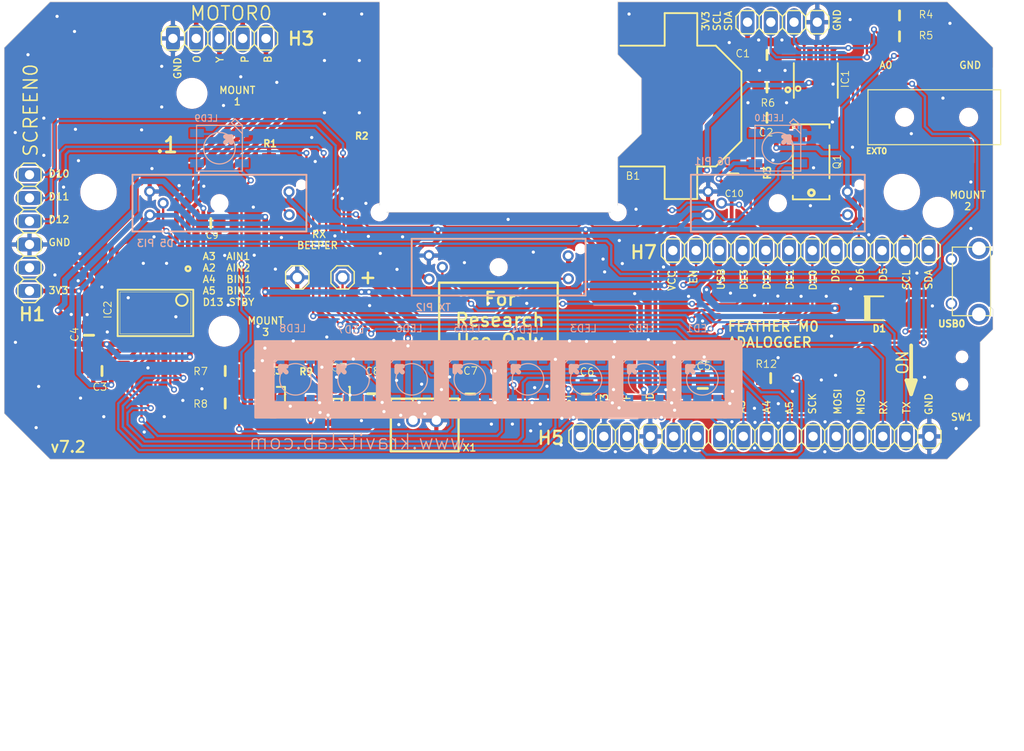
<source format=kicad_pcb>
(kicad_pcb (version 20241229) (generator "pcbnew") (generator_version "9.0")
  (layers (0 "F.Cu" signal) (2 "B.Cu" signal) (13 "F.Paste" user) (15 "B.Paste" user) (5 "F.SilkS" user "F.Silkscreen") (7 "B.SilkS" user "B.Silkscreen") (1 "F.Mask" user) (3 "B.Mask" user) (25 "Edge.Cuts" user))
  (net 0 "")
  (net 1 "VCC")
  (net 2 "N$2")
  (net 3 "GND")
  (net 4 "N$1")
  (net 5 "N$3")
  (net 6 "RST")
  (net 7 "3V3")
  (net 8 "ARF")
  (net 9 "A0")
  (net 10 "A1")
  (net 11 "A2")
  (net 12 "A3")
  (net 13 "A4")
  (net 14 "A5")
  (net 15 "SCK")
  (net 16 "MOSI")
  (net 17 "MISO")
  (net 18 "RX")
  (net 19 "TX")
  (net 20 "SDA")
  (net 21 "SCL")
  (net 22 "D5")
  (net 23 "D6")
  (net 24 "D9")
  (net 25 "D10")
  (net 26 "D11")
  (net 27 "D12")
  (net 28 "D13")
  (net 29 "USB")
  (net 30 "EN")
  (net 31 "ORANGE")
  (net 32 "YELLOW")
  (net 33 "PINK")
  (net 34 "BLUE")
  (net 35 "N$14")
  (net 36 "N$15")
  (net 37 "VBAT1")
  (net 38 "SQW")
  (net 39 "N$6")
  (net 40 "N$4")
  (net 41 "OUT3")
  (net 42 "VCCNEO")
  (net 43 "N$5")
  (net 44 "N$7")
  (net 45 "N$9")
  (net 46 "N$10")
  (net 47 "N$11")
  (net 48 "N$12")
  (net 49 "N$13")
  (net 50 "N$16")
  (net 51 "N$17")
  (net 52 "N$18")
  (footprint "FED3_v7.2:ZX62D-B-5P8" (layer "F.Cu") (at 200.9635 110.5616 90)
    (property "Reference" "USB0")
    (property "Value" "USB_MICRO_B")
  )
  (footprint "FED3_v7.2:1X04" (layer "F.Cu") (at 179.5011 82.2256)
    (property "Reference" "AUX_I2C0" (hide yes))
    (property "Value" "")
  )
  (footprint "FED3_v7.2:0805-NO" (layer "F.Cu") (at 192.2911 83.7756)
    (property "Reference" "R5")
    (property "Value" "4K7")
  )
  (footprint "" (layer "F.Cu") (at 135.5011 103.0036)
    (property "Reference" "@HOLE2" (hide yes))
    (property "Value" "")
  )
  (footprint "FED3_v7.2:JST-XH-02-PACKAGE-ROUND-PAD" (layer "F.Cu") (at 140.4243 125.7364 180)
    (property "Reference" "X1")
    (property "Value" "B2B-PH-K-S(LF)(SN)")
  )
  (footprint "FED3_v7.2:CR1220" (layer "F.Cu") (at 168.4151 91.3956 90)
    (property "Reference" "B1")
    (property "Value" "CR1220")
  )
  (footprint "FED3_v7.2:35RASMT2BHNTRX" (layer "F.Cu") (at 199.8443 92.6148 180)
    (property "Reference" "EXT0")
    (property "Value" "")
  )
  (footprint "FED3_v7.2:R0805" (layer "F.Cu") (at 123.4211 98.1316 90)
    (property "Reference" "R1")
    (property "Value" "1k")
  )
  (footprint "" (layer "F.Cu") (at 161.5011 103.0036)
    (property "Reference" "@HOLE3" (hide yes))
    (property "Value" "")
  )
  (footprint "FED3_v7.2:0805-NO" (layer "F.Cu") (at 103.7531 116.4456 90)
    (property "Reference" "C4")
    (property "Value" "10µF")
  )
  (footprint "FED3_v7.2:0805-NO" (layer "F.Cu") (at 177.8131 92.6656 180)
    (property "Reference" "C2")
    (property "Value" "10uF")
  )
  (footprint "FED3_v7.2:1X01" (layer "F.Cu") (at 126.5011 110.124)
    (property "Reference" "BEEP2" (hide yes))
    (property "Value" "")
  )
  (footprint "" (layer "F.Cu") (at 192.5451 100.7936)
    (property "Reference" "@HOLE4" (hide yes))
    (property "Value" "")
  )
  (footprint "FED3_v7.2:0805-NO" (layer "F.Cu") (at 170.8027 122.2566 90)
    (property "Reference" "C5")
    (property "Value" "10uF")
  )
  (footprint "FED3_v7.2:0805-NO" (layer "F.Cu") (at 117.0563 104.1972)
    (property "Reference" "C9")
    (property "Value" "10uF")
  )
  (footprint "FED3_v7.2:1X12" (layer "F.Cu") (at 181.5011 107.1836)
    (property "Reference" "FEATHER_R0" (hide yes))
    (property "Value" "")
  )
  (footprint "FED3_v7.2:SOT23-5" (layer "F.Cu") (at 130.8231 122.8916)
    (property "Reference" "IC3")
    (property "Value" "M74VHC1GT50DTT1G")
  )
  (footprint "FED3_v7.2:0805-NO" (layer "F.Cu") (at 192.2911 81.4896 180)
    (property "Reference" "R4")
    (property "Value" "4K7")
  )
  (footprint "FED3_v7.2:TSMT3" (layer "F.Cu") (at 123.7111 122.8916)
    (property "Reference" "Q3")
    (property "Value" "")
  )
  (footprint "" (layer "F.Cu") (at 196.5011 103.0036)
    (property "Reference" "@HOLE1" (hide yes))
    (property "Value" "")
  )
  (footprint "FED3_v7.2:0805-NO" (layer "F.Cu") (at 177.8131 85.8076 180)
    (property "Reference" "C1")
    (property "Value" "10uF")
  )
  (footprint "FED3_v7.2:CRYSTAL_8X3.8" (layer "F.Cu") (at 182.6391 97.4916 -90)
    (property "Reference" "Q1")
    (property "Value" "32.768")
  )
  (footprint "FED3_v7.2:0805-NO" (layer "F.Cu") (at 158.1027 122.8662 90)
    (property "Reference" "C6")
    (property "Value" "10uF")
  )
  (footprint "FED3_v7.2:SSSS811101" (layer "F.Cu") (at 199.1191 120.3056 90)
    (property "Reference" "SW1")
    (property "Value" "SSSS811101")
  )
  (footprint "FED3_v7.2:0805-NO" (layer "F.Cu") (at 118.6311 120.3516 180)
    (property "Reference" "R7")
    (property "Value" "DNI")
  )
  (footprint "FED3_v7.2:R0805" (layer "F.Cu") (at 133.5091 97.2536 90)
    (property "Reference" "R2")
    (property "Value" "1k")
  )
  (footprint "FED3_v7.2:R0805" (layer "F.Cu") (at 176.3091 98.8436 90)
    (property "Reference" "R3")
    (property "Value" "1k")
  )
  (footprint "FED3_v7.2:DO-214AC" (layer "F.Cu") (at 189.4971 113.4936)
    (property "Reference" "D1")
    (property "Value" "")
  )
  (footprint "FED3_v7.2:0805-NO" (layer "F.Cu") (at 134.7093 122.8408 90)
    (property "Reference" "C8")
    (property "Value" "10uF")
  )
  (footprint "FED3_v7.2:1X05" (layer "F.Cu") (at 118.0011 84.0036)
    (property "Reference" "MOTOR0")
    (property "Value" "")
  )
  (footprint "FED3_v7.2:0805-NO" (layer "F.Cu") (at 178.2195 121.139)
    (property "Reference" "R12")
    (property "Value" "470")
  )
  (footprint "FED3_v7.2:0805-NO" (layer "F.Cu") (at 174.1555 98.8124 90)
    (property "Reference" "C10")
    (property "Value" "10uF")
  )
  (footprint "FED3_v7.2:1X01" (layer "F.Cu") (at 131.4503 110.124)
    (property "Reference" "BEEP1" (hide yes))
    (property "Value" "")
  )
  (footprint "" (layer "F.Cu") (at 118.5011 116.0036)
    (property "Reference" "@HOLE6" (hide yes))
    (property "Value" "")
  )
  (footprint "" (layer "F.Cu") (at 104.7881 100.7936)
    (property "Reference" "@HOLE5" (hide yes))
    (property "Value" "")
  )
  (footprint "FED3_v7.2:SOIC8_150MIL" (layer "F.Cu") (at 183.1471 88.6016)
    (property "Reference" "IC1")
    (property "Value" "RTC_PCF8523T")
  )
  (footprint "FED3_v7.2:SSOP24" (layer "F.Cu") (at 111.0111 114.0016 180)
    (property "Reference" "IC2")
    (property "Value" "TB6612 SSOP")
  )
  (footprint "FED3_v7.2:0805-NO" (layer "F.Cu") (at 105.1691 120.3516 180)
    (property "Reference" "C3")
    (property "Value" "10µF")
  )
  (footprint "FED3_v7.2:0805-NO" (layer "F.Cu") (at 145.4027 122.8662 90)
    (property "Reference" "C7")
    (property "Value" "10uF")
  )
  (footprint "FED3_v7.2:1X16" (layer "F.Cu") (at 176.5011 127.5036)
    (property "Reference" "FEATHER_L0" (hide yes))
    (property "Value" "")
  )
  (footprint "FED3_v7.2:R0805" (layer "F.Cu") (at 127.2671 122.8916 -90)
    (property "Reference" "R9")
    (property "Value" "37k")
  )
  (footprint "" (layer "F.Cu") (at 115.0011 90.0036)
    (property "Reference" "@HOLE0" (hide yes))
    (property "Value" "")
  )
  (footprint "FED3_v7.2:0805-NO" (layer "F.Cu") (at 118.6311 123.9076)
    (property "Reference" "R8")
    (property "Value" "4k7")
  )
  (footprint "FED3_v7.2:1X06" (layer "F.Cu") (at 97.2511 105.2536 -90)
    (property "Reference" "SCREEN0")
    (property "Value" "")
  )
  (footprint "FED3_v7.2:0805-NO" (layer "F.Cu") (at 177.8131 89.3636)
    (property "Reference" "R6")
    (property "Value" "1K")
  )
  (footprint "FED3_v7.2:WS2812B" (layer "B.Cu") (at 179.0011 96.0004 180)
    (property "Reference" "LED10")
    (property "Value" "WS2812B5050" (hide yes))
  )
  (footprint "FED3_v7.2:WS2812B" (layer "B.Cu") (at 118.0011 96.0004 180)
    (property "Reference" "LED9")
    (property "Value" "WS2812B5050" (hide yes))
  )
  (footprint "FED3_v7.2:WS2812B" (layer "B.Cu") (at 132.6519 121.266 -90)
    (property "Reference" "LED7")
    (property "Value" "WS2812B5050" (hide yes))
  )
  (footprint "FED3_v7.2:WS2812B" (layer "B.Cu") (at 145.3519 121.266 -90)
    (property "Reference" "LED5")
    (property "Value" "WS2812B5050" (hide yes))
  )
  (footprint "FED3_v7.2:WS2812B" (layer "B.Cu") (at 151.7019 121.266 -90)
    (property "Reference" "LED4")
    (property "Value" "WS2812B5050" (hide yes))
  )
  (footprint "FED3_v7.2:WS2812B" (layer "B.Cu") (at 139.0019 121.266 -90)
    (property "Reference" "LED6")
    (property "Value" "WS2812B5050" (hide yes))
  )
  (footprint "FED3_v7.2:WS2812B" (layer "B.Cu") (at 126.3019 121.266 -90)
    (property "Reference" "LED8")
    (property "Value" "WS2812B5050" (hide yes))
  )
  (footprint "FED3_v7.2:GP1A57HR" (layer "B.Cu") (at 179.0011 102.0036 180)
    (property "Reference" "PI1" (hide yes))
    (property "Value" "GP1A57HR" (hide yes))
  )
  (footprint "FED3_v7.2:WS2812B" (layer "B.Cu") (at 164.4019 121.266 -90)
    (property "Reference" "LED2")
    (property "Value" "WS2812B5050" (hide yes))
  )
  (footprint "FED3_v7.2:GP1A57HR" (layer "B.Cu") (at 118.0011 102.0036 180)
    (property "Reference" "PI3" (hide yes))
    (property "Value" "GP1A57HR" (hide yes))
  )
  (footprint "FED3_v7.2:WS2812B" (layer "B.Cu") (at 158.0519 121.266 -90)
    (property "Reference" "LED3")
    (property "Value" "WS2812B5050" (hide yes))
  )
  (footprint "FED3_v7.2:GP1A57HR" (layer "B.Cu") (at 148.5011 109.0036 180)
    (property "Reference" "PI2" (hide yes))
    (property "Value" "GP1A57HR" (hide yes))
  )
  (footprint "FED3_v7.2:WS2812B" (layer "B.Cu") (at 170.7519 121.266 -90)
    (property "Reference" "LED1")
    (property "Value" "WS2812B5050" (hide yes))
  )
  (gr_line (start 193.5611 122.3836) (end 193.5611 122.8916) (stroke (width 0.4064)) (layer "F.SilkS"))
  (gr_line (start 193.5611 121.8756) (end 193.8151 121.8756) (stroke (width 0.4064)) (layer "F.SilkS"))
  (gr_line (start 193.8151 121.8756) (end 193.5611 122.3836) (stroke (width 0.4064)) (layer "F.SilkS"))
  (gr_circle (center 114.5671 109.1756) (end 114.8211 109.1756) (stroke (width 0.254)) (fill no) (layer "F.SilkS"))
  (gr_line (start 141.9991 110.6996) (end 154.9531 110.6996) (stroke (width 0.254)) (layer "F.SilkS"))
  (gr_line (start 193.0531 121.3676) (end 193.5611 122.8916) (stroke (width 0.4064)) (layer "F.SilkS"))
  (gr_line (start 193.5611 121.8756) (end 193.5611 122.3836) (stroke (width 0.4064)) (layer "F.SilkS"))
  (gr_line (start 193.8151 121.3676) (end 193.5611 121.8756) (stroke (width 0.4064)) (layer "F.SilkS"))
  (gr_line (start 154.9531 118.8276) (end 141.9991 118.8276) (stroke (width 0.254)) (layer "F.SilkS"))
  (gr_line (start 193.5611 117.5576) (end 193.5611 121.3676) (stroke (width 0.4064)) (layer "F.SilkS"))
  (gr_line (start 194.0691 121.3676) (end 193.8151 121.3676) (stroke (width 0.4064)) (layer "F.SilkS"))
  (gr_line (start 193.5611 121.3676) (end 193.8151 121.3676) (stroke (width 0.4064)) (layer "F.SilkS"))
  (gr_line (start 193.3071 121.6216) (end 193.0531 121.3676) (stroke (width 0.4064)) (layer "F.SilkS"))
  (gr_line (start 154.9531 110.6996) (end 154.9531 118.8276) (stroke (width 0.254)) (layer "F.SilkS"))
  (gr_line (start 141.9991 118.8276) (end 141.9991 110.6996) (stroke (width 0.254)) (layer "F.SilkS"))
  (gr_line (start 193.5611 121.3676) (end 193.5611 121.8756) (stroke (width 0.4064)) (layer "F.SilkS"))
  (gr_line (start 193.5611 121.3676) (end 193.0531 121.3676) (stroke (width 0.4064)) (layer "F.SilkS"))
  (gr_circle (center 180.0991 89.6176) (end 180.3531 89.6176) (stroke (width 0.254)) (fill no) (layer "F.SilkS"))
  (gr_line (start 193.5611 122.8916) (end 194.0691 121.3676) (stroke (width 0.4064)) (layer "F.SilkS"))
  (gr_line (start 156.4136 119.8436) (end 157.0486 119.8436) (stroke (width 0.508)) (layer "B.SilkS"))
  (gr_line (start 119.2915 94.7357) (end 118.6565 94.7357) (stroke (width 0.508)) (layer "B.SilkS"))
  (gr_line (start 150.0636 119.8436) (end 150.6986 120.4786) (stroke (width 0.508)) (layer "B.SilkS"))
  (gr_line (start 150.0636 119.8436) (end 150.6986 119.8436) (stroke (width 0.508)) (layer "B.SilkS"))
  (gr_line (start 156.4136 119.8436) (end 156.4136 120.4786) (stroke (width 0.508)) (layer "B.SilkS"))
  (gr_line (start 119.2915 94.7357) (end 118.6565 95.3707) (stroke (width 0.508)) (layer "B.SilkS"))
  (gr_line (start 137.3636 119.8436) (end 137.3636 120.4786) (stroke (width 0.508)) (layer "B.SilkS"))
  (gr_line (start 169.1136 119.8436) (end 169.1136 120.4786) (stroke (width 0.508)) (layer "B.SilkS"))
  (gr_line (start 143.7136 119.8436) (end 144.3486 120.4786) (stroke (width 0.508)) (layer "B.SilkS"))
  (gr_line (start 162.7636 119.8436) (end 163.3986 119.8436) (stroke (width 0.508)) (layer "B.SilkS"))
  (gr_line (start 131.0136 119.8436) (end 131.6486 120.4786) (stroke (width 0.508)) (layer "B.SilkS"))
  (gr_line (start 143.7136 119.8436) (end 144.3486 119.8436) (stroke (width 0.508)) (layer "B.SilkS"))
  (gr_line (start 180.2515 94.7357) (end 179.6165 94.7357) (stroke (width 0.508)) (layer "B.SilkS"))
  (gr_line (start 124.6636 119.8436) (end 125.2986 119.8436) (stroke (width 0.508)) (layer "B.SilkS"))
  (gr_line (start 150.0636 119.8436) (end 150.0636 120.4786) (stroke (width 0.508)) (layer "B.SilkS"))
  (gr_line (start 124.6636 119.8436) (end 124.6636 120.4786) (stroke (width 0.508)) (layer "B.SilkS"))
  (gr_line (start 137.3636 119.8436) (end 137.9986 119.8436) (stroke (width 0.508)) (layer "B.SilkS"))
  (gr_line (start 143.7136 119.8436) (end 143.7136 120.4786) (stroke (width 0.508)) (layer "B.SilkS"))
  (gr_line (start 131.0136 119.8436) (end 131.0136 120.4786) (stroke (width 0.508)) (layer "B.SilkS"))
  (gr_line (start 180.2515 94.7357) (end 180.2515 95.3707) (stroke (width 0.508)) (layer "B.SilkS"))
  (gr_line (start 156.4136 119.8436) (end 157.0486 120.4786) (stroke (width 0.508)) (layer "B.SilkS"))
  (gr_line (start 180.2515 94.7357) (end 179.6165 95.3707) (stroke (width 0.508)) (layer "B.SilkS"))
  (gr_line (start 162.7636 119.8436) (end 163.3986 120.4786) (stroke (width 0.508)) (layer "B.SilkS"))
  (gr_line (start 169.1136 119.8436) (end 169.7486 120.4786) (stroke (width 0.508)) (layer "B.SilkS"))
  (gr_line (start 169.1136 119.8436) (end 169.7486 119.8436) (stroke (width 0.508)) (layer "B.SilkS"))
  (gr_line (start 119.2915 94.7357) (end 119.2915 95.3707) (stroke (width 0.508)) (layer "B.SilkS"))
  (gr_line (start 162.7636 119.8436) (end 162.7636 120.4786) (stroke (width 0.508)) (layer "B.SilkS"))
  (gr_line (start 131.0136 119.8436) (end 131.6486 119.8436) (stroke (width 0.508)) (layer "B.SilkS"))
  (gr_line (start 124.6636 119.8436) (end 125.2986 120.4786) (stroke (width 0.508)) (layer "B.SilkS"))
  (gr_line (start 137.3636 119.8436) (end 137.9986 120.4786) (stroke (width 0.508)) (layer "B.SilkS"))
  (gr_line (start 201.1011 117.2036) (end 202.5011 115.8036) (stroke (width 0.05)) (layer "Edge.Cuts"))
  (gr_line (start 202.5011 115.8036) (end 202.5011 113.6036) (stroke (width 0.05)) (layer "Edge.Cuts"))
  (gr_line (start 135.5011 103.0036) (end 135.5011 80.0036) (stroke (width 0.05)) (layer "Edge.Cuts"))
  (gr_line (start 161.5011 103.0036) (end 135.5011 103.0036) (stroke (width 0.05)) (layer "Edge.Cuts"))
  (gr_line (start 161.5011 80.0036) (end 161.5011 85.7516) (stroke (width 0.05)) (layer "Edge.Cuts"))
  (gr_line (start 201.1011 126.4036) (end 201.1011 117.2036) (stroke (width 0.05)) (layer "Edge.Cuts"))
  (gr_line (start 135.5011 80.0036) (end 99.5011 80.0036) (stroke (width 0.05)) (layer "Edge.Cuts"))
  (gr_line (start 202.5011 85.0036) (end 197.5011 80.0036) (stroke (width 0.05)) (layer "Edge.Cuts"))
  (gr_line (start 164.0971 88.3476) (end 164.0971 94.4436) (stroke (width 0.05)) (layer "Edge.Cuts"))
  (gr_line (start 161.5011 96.9836) (end 161.5011 103.0036) (stroke (width 0.05)) (layer "Edge.Cuts"))
  (gr_line (start 94.5011 85.0036) (end 94.5011 125.0036) (stroke (width 0.05)) (layer "Edge.Cuts"))
  (gr_line (start 197.5011 130.0036) (end 201.1011 126.4036) (stroke (width 0.05)) (layer "Edge.Cuts"))
  (gr_line (start 202.2211 113.3236) (end 202.2211 107.8836) (stroke (width 0.05)) (layer "Edge.Cuts"))
  (gr_line (start 99.5011 130.0036) (end 197.5011 130.0036) (stroke (width 0.05)) (layer "Edge.Cuts"))
  (gr_line (start 197.5011 80.0036) (end 161.5011 80.0036) (stroke (width 0.05)) (layer "Edge.Cuts"))
  (gr_line (start 161.5011 85.7516) (end 164.0971 88.3476) (stroke (width 0.05)) (layer "Edge.Cuts"))
  (gr_line (start 94.5011 125.0036) (end 99.5011 130.0036) (stroke (width 0.05)) (layer "Edge.Cuts"))
  (gr_line (start 202.5011 107.6036) (end 202.5011 85.0036) (stroke (width 0.05)) (layer "Edge.Cuts"))
  (gr_line (start 164.0971 94.4436) (end 161.5011 96.9836) (stroke (width 0.05)) (layer "Edge.Cuts"))
  (gr_line (start 202.5011 113.6036) (end 202.2211 113.3236) (stroke (width 0.05)) (layer "Edge.Cuts"))
  (gr_line (start 99.5011 80.0036) (end 94.5011 85.0036) (stroke (width 0.05)) (layer "Edge.Cuts"))
  (gr_line (start 202.2211 107.8836) (end 202.5011 107.6036) (stroke (width 0.05)) (layer "Edge.Cuts"))
  (gr_text "RX" (at 191.0011 125.2202 90) (layer "F.SilkS") (effects (font (size 0.77724 0.77724) (thickness 0.13716)) (justify left bottom)))
  (gr_text "+" (at 133.1091 110.9536 0) (layer "F.SilkS") (effects (font (size 1.5113 1.5113) (thickness 0.2667)) (justify left bottom)))
  (gr_text "SDA" (at 195.9249 111.529 90) (layer "F.SilkS") (effects (font (size 0.77724 0.77724) (thickness 0.13716)) (justify left bottom)))
  (gr_text "A1" (at 169.6121 125.0424 90) (layer "F.SilkS") (effects (font (size 0.77724 0.77724) (thickness 0.13716)) (justify left bottom)))
  (gr_text "MOUNT\n1" (at 119.9519 91.3702 0) (layer "F.SilkS") (effects (font (size 0.77724 0.77724) (thickness 0.13716)) (justify bottom)))
  (gr_text "TX" (at 193.5265 125.1186 90) (layer "F.SilkS") (effects (font (size 0.77724 0.77724) (thickness 0.13716)) (justify left bottom)))
  (gr_text "B" (at 123.7511 86.7496 90) (layer "F.SilkS") (effects (font (size 0.77724 0.77724) (thickness 0.13716)) (justify left bottom)))
  (gr_text "O" (at 116.0011 86.7496 90) (layer "F.SilkS") (effects (font (size 0.77724 0.77724) (thickness 0.13716)) (justify left bottom)))
  (gr_text "D10" (at 183.3019 111.6306 90) (layer "F.SilkS") (effects (font (size 0.77724 0.77724) (thickness 0.13716)) (justify left bottom)))
  (gr_text "MOSI" (at 186.0011 125.1948 90) (layer "F.SilkS") (effects (font (size 0.77724 0.77724) (thickness 0.13716)) (justify left bottom)))
  (gr_text "GND" (at 198.7427 87.3824 0) (layer "F.SilkS") (effects (font (size 0.77724 0.77724) (thickness 0.13716)) (justify left bottom)))
  (gr_text "ARF" (at 162.9503 125.0678 90) (layer "F.SilkS") (effects (font (size 0.77724 0.77724) (thickness 0.13716)) (justify left bottom)))
  (gr_text "3V3" (at 160.5011 125.0424 90) (layer "F.SilkS") (effects (font (size 0.77724 0.77724) (thickness 0.13716)) (justify left bottom)))
  (gr_text "BEEPER" (at 126.3981 107.0826 0) (layer "F.SilkS") (effects (font (size 0.77724 0.77724) (thickness 0.13716)) (justify left bottom)))
  (gr_text "Y" (at 118.5011 86.7496 90) (layer "F.SilkS") (effects (font (size 0.77724 0.77724) (thickness 0.13716)) (justify left bottom)))
  (gr_text "P" (at 121.2511 86.7496 90) (layer "F.SilkS") (effects (font (size 0.77724 0.77724) (thickness 0.13716)) (justify left bottom)))
  (gr_text "D5" (at 190.9757 110.6654 90) (layer "F.SilkS") (effects (font (size 0.77724 0.77724) (thickness 0.13716)) (justify left bottom)))
  (gr_text "USB" (at 173.2551 111.5798 90) (layer "F.SilkS") (effects (font (size 0.77724 0.77724) (thickness 0.13716)) (justify left bottom)))
  (gr_text "GND" (at 195.9503 125.2456 90) (layer "F.SilkS") (effects (font (size 0.77724 0.77724) (thickness 0.13716)) (justify left bottom)))
  (gr_text "A5" (at 180.7257 125.1694 90) (layer "F.SilkS") (effects (font (size 0.77724 0.77724) (thickness 0.13716)) (justify left bottom)))
  (gr_text "H1" (at 95.9489 114.9922 0) (layer "F.SilkS") (effects (font (size 1.42494 1.42494) (thickness 0.25146)) (justify left bottom)))
  (gr_text "SCK" (at 183.2257 125.1694 90) (layer "F.SilkS") (effects (font (size 0.77724 0.77724) (thickness 0.13716)) (justify left bottom)))
  (gr_text "MISO" (at 188.5265 125.2456 90) (layer "F.SilkS") (effects (font (size 0.77724 0.77724) (thickness 0.13716)) (justify left bottom)))
  (gr_text "A3  AIN1\nA2  AIN2\nA4  BIN1\nA5  BIN2\nD13 STBY" (at 116.0911 113.2876 0) (layer "F.SilkS") (effects (font (size 0.77724 0.77724) (thickness 0.13716)) (justify left bottom)))
  (gr_text "GND" (at 165.5011 125.144 90) (layer "F.SilkS") (effects (font (size 0.77724 0.77724) (thickness 0.13716)) (justify left bottom)))
  (gr_text "D6" (at 188.4503 110.6908 90) (layer "F.SilkS") (effects (font (size 0.77724 0.77724) (thickness 0.13716)) (justify left bottom)))
  (gr_text "H7" (at 162.7509 108.2104 0) (layer "F.SilkS") (effects (font (size 1.42494 1.42494) (thickness 0.25146)) (justify left bottom)))
  (gr_text "A4" (at 178.2511 125.0424 90) (layer "F.SilkS") (effects (font (size 0.77724 0.77724) (thickness 0.13716)) (justify left bottom)))
  (gr_text "SDA" (at 174.0415 83.2676 90) (layer "F.SilkS") (effects (font (size 0.77724 0.77724) (thickness 0.13716)) (justify left bottom)))
  (gr_text "RST" (at 156.4771 125.0424 90) (layer "F.SilkS") (effects (font (size 0.77724 0.77724) (thickness 0.13716)) (justify left bottom)))
  (gr_text "FEATHER M0 \nADALOGGER" (at 173.4189 117.8624 0) (layer "F.SilkS") (effects (font (size 1.0795 1.0795) (thickness 0.1905)) (justify left bottom)))
  (gr_text "RX" (at 128.0291 105.8736 0) (layer "F.SilkS") (effects (font (size 0.77724 0.77724) (thickness 0.13716)) (justify left bottom)))
  (gr_text "SCL" (at 172.8115 83.2676 90) (layer "F.SilkS") (effects (font (size 0.77724 0.77724) (thickness 0.13716)) (justify left bottom)))
  (gr_text "H5" (at 152.6163 128.505 0) (layer "F.SilkS") (effects (font (size 1.42494 1.42494) (thickness 0.25146)) (justify left bottom)))
  (gr_text "EN" (at 170.2471 110.894 90) (layer "F.SilkS") (effects (font (size 0.77724 0.77724) (thickness 0.13716)) (justify left bottom)))
  (gr_text "D12" (at 99.2511 104.2536 0) (layer "F.SilkS") (effects (font (size 0.77724 0.77724) (thickness 0.13716)) (justify left bottom)))
  (gr_text "D10" (at 99.2511 99.2536 0) (layer "F.SilkS") (effects (font (size 0.77724 0.77724) (thickness 0.13716)) (justify left bottom)))
  (gr_text "3V3" (at 171.5815 83.2676 90) (layer "F.SilkS") (effects (font (size 0.77724 0.77724) (thickness 0.13716)) (justify left bottom)))
  (gr_text "MOUNT\n3" (at 123.0519 116.5702 0) (layer "F.SilkS") (effects (font (size 0.77724 0.77724) (thickness 0.13716)) (justify bottom)))
  (gr_text "VCC" (at 167.8741 111.6814 90) (layer "F.SilkS") (effects (font (size 0.77724 0.77724) (thickness 0.13716)) (justify left bottom)))
  (gr_text "A2" (at 173.0519 125.0932 90) (layer "F.SilkS") (effects (font (size 0.77724 0.77724) (thickness 0.13716)) (justify left bottom)))
  (gr_text "v7.2" (at 99.4231 129.3576 0) (layer "F.SilkS") (effects (font (size 1.20904 1.20904) (thickness 0.21336)) (justify left bottom)))
  (gr_text ".1" (at 110.9095 96.628 0) (layer "F.SilkS") (effects (font (size 1.64084 1.64084) (thickness 0.28956)) (justify left bottom)))
  (gr_text "GND" (at 185.9355 83.2676 90) (layer "F.SilkS") (effects (font (size 0.77724 0.77724) (thickness 0.13716)) (justify left bottom)))
  (gr_text "MOUNT\n2" (at 199.7493 102.8256 0) (layer "F.SilkS") (effects (font (size 0.77724 0.77724) (thickness 0.13716)) (justify bottom)))
  (gr_text "GND" (at 99.2511 106.7536 0) (layer "F.SilkS") (effects (font (size 0.77724 0.77724) (thickness 0.13716)) (justify left bottom)))
  (gr_text "A3" (at 175.4717 125.0424 90) (layer "F.SilkS") (effects (font (size 0.77724 0.77724) (thickness 0.13716)) (justify left bottom)))
  (gr_text "For\nResearch\nUse Only" (at 148.6485 117.903 0) (layer "F.SilkS") (effects (font (size 1.42494 1.42494) (thickness 0.25146)) (justify bottom)))
  (gr_text "SCL" (at 193.5011 111.529 90) (layer "F.SilkS") (effects (font (size 0.77724 0.77724) (thickness 0.13716)) (justify left bottom)))
  (gr_text "H3" (at 125.3367 84.8678 0) (layer "F.SilkS") (effects (font (size 1.42494 1.42494) (thickness 0.25146)) (justify left bottom)))
  (gr_text "D12" (at 178.2511 111.5544 90) (layer "F.SilkS") (effects (font (size 0.77724 0.77724) (thickness 0.13716)) (justify left bottom)))
  (gr_text "A0" (at 190.0051 87.3824 0) (layer "F.SilkS") (effects (font (size 0.77724 0.77724) (thickness 0.13716)) (justify left bottom)))
  (gr_text "D11" (at 180.7765 111.5544 90) (layer "F.SilkS") (effects (font (size 0.77724 0.77724) (thickness 0.13716)) (justify left bottom)))
  (gr_text "ON" (at 193.338718 120.848356 90) (layer "F.SilkS") (effects (font (size 1.251712 1.251712) (thickness 0.170688)) (justify left bottom)))
  (gr_text "3V3" (at 99.2511 112.0036 0) (layer "F.SilkS") (effects (font (size 0.77724 0.77724) (thickness 0.13716)) (justify left bottom)))
  (gr_text "A0" (at 167.5439 125.144 90) (layer "F.SilkS") (effects (font (size 0.77724 0.77724) (thickness 0.13716)) (justify left bottom)))
  (gr_text "D11" (at 99.2511 101.7536 0) (layer "F.SilkS") (effects (font (size 0.77724 0.77724) (thickness 0.13716)) (justify left bottom)))
  (gr_text "D9" (at 185.7765 110.7416 90) (layer "F.SilkS") (effects (font (size 0.77724 0.77724) (thickness 0.13716)) (justify left bottom)))
  (gr_text "D13" (at 175.7511 111.5798 90) (layer "F.SilkS") (effects (font (size 0.77724 0.77724) (thickness 0.13716)) (justify left bottom)))
  (gr_text "GND" (at 113.887902 88.530763 90) (layer "F.SilkS") (effects (font (size 0.77724 0.77724) (thickness 0.13716)) (justify left bottom)))
  (gr_text "www.kravitzlab.com" (at 144.9573 129.0714 0) (layer "B.SilkS") (effects (font (size 1.63576 1.63576) (thickness 0.14224)) (justify left bottom mirror)))
  (gr_text "TX PI2" (at 143.3571 113.8568 0) (layer "B.SilkS") (effects (font (size 0.77724 0.77724) (thickness 0.13716)) (justify left bottom mirror)))
  (gr_text "D6 PI1" (at 173.9641 97.9056 0) (layer "B.SilkS") (effects (font (size 0.77724 0.77724) (thickness 0.13716)) (justify left bottom mirror)))
  (gr_text "D5 PI3" (at 113.0803 106.8464 0) (layer "B.SilkS") (effects (font (size 0.77724 0.77724) (thickness 0.13716)) (justify left bottom mirror)))
  (segment (start 127.9483 119.8898) (end 128.0291 119.9706) (width 0.508) (layer "F.Cu") (net 1))
  (segment (start 128.7911 121.2406) (end 129.1721 121.6216) (width 0.508) (layer "F.Cu") (net 1))
  (segment (start 124.6611 124.0916) (end 124.6611 122.9576) (width 0.508) (layer "F.Cu") (net 1))
  (segment (start 103.7451 117.4036) (end 103.7531 117.3956) (width 0.6096) (layer "F.Cu") (net 1))
  (segment (start 114.6205 117.456) (end 114.5861 117.4216) (width 0.254) (layer "F.Cu") (net 1))
  (segment (start 138.5955 117.6084) (end 138.5955 115.7796) (width 0.6096) (layer "F.Cu") (net 1))
  (segment (start 114.7195 117.456) (end 114.6205 117.456) (width 0.254) (layer "F.Cu") (net 1))
  (segment (start 125.3621 120.6056) (end 125.9971 119.9706) (width 0.508) (layer "F.Cu") (net 1))
  (segment (start 138.5955 115.7796) (end 134.5315 111.7156) (width 0.6096) (layer "F.Cu") (net 1))
  (segment (start 100.8491 114.2536) (end 100.8491 116.6516) (width 0.6096) (layer "F.Cu") (net 1))
  (segment (start 129.1721 121.6216) (end 129.843 121.6216) (width 0.508) (layer "F.Cu") (net 1))
  (segment (start 127.9483 119.668725) (end 127.646425 119.9706) (width 0.508) (layer "F.Cu") (net 1))
  (segment (start 127.9483 116.8064) (end 127.9483 119.8898) (width 0.508) (layer "F.Cu") (net 1))
  (segment (start 129.9341 121.5305) (end 129.8731 121.5915) (width 0.254) (layer "F.Cu") (net 1))
  (segment (start 132.9821 125.0506) (end 132.9821 120.2246) (width 0.254) (layer "F.Cu") (net 1))
  (segment (start 130.1881 119.8436) (end 129.9341 120.0976) (width 0.254) (layer "F.Cu") (net 1))
  (segment (start 130.8231 124.1917) (end 130.8231 125.0506) (width 0.254) (layer "F.Cu") (net 1))
  (segment (start 105.6771 117.4216) (end 103.7791 117.4216) (width 0.6096) (layer "F.Cu") (net 1))
  (segment (start 100.8491 116.6516) (end 101.6011 117.4036) (width 0.6096) (layer "F.Cu") (net 1))
  (segment (start 103.7791 117.4216) (end 103.7531 117.3956) (width 0.6096) (layer "F.Cu") (net 1))
  (segment (start 134.5315 111.7156) (end 133.5155 111.7156) (width 0.6096) (layer "F.Cu") (net 1))
  (segment (start 130.8231 125.0506) (end 131.2041 125.4316) (width 0.254) (layer "F.Cu") (net 1))
  (segment (start 128.7911 120.7326) (end 128.7911 121.2406) (width 0.508) (layer "F.Cu") (net 1))
  (segment (start 128.0291 119.9706) (end 128.7911 120.7326) (width 0.508) (layer "F.Cu") (net 1))
  (segment (start 124.6611 122.9576) (end 125.3621 122.2566) (width 0.508) (layer "F.Cu") (net 1))
  (segment (start 132.9821 120.2246) (end 132.6011 119.8436) (width 0.254) (layer "F.Cu") (net 1))
  (segment (start 105.6771 117.4216) (end 107.4361 117.4216) (width 0.6096) (layer "F.Cu") (net 1))
  (segment (start 114.7703 117.5068) (end 114.7195 117.456) (width 0.6096) (layer "F.Cu") (net 1))
  (segment (start 131.2041 125.4316) (end 132.6011 125.4316) (width 0.254) (layer "F.Cu") (net 1))
  (segment (start 125.3621 122.2566) (end 125.3621 120.6056) (width 0.508) (layer "F.Cu") (net 1))
  (segment (start 101.6011 117.4036) (end 103.7451 117.4036) (width 0.6096) (layer "F.Cu") (net 1))
  (segment (start 132.6011 125.4316) (end 132.9821 125.0506) (width 0.254) (layer "F.Cu") (net 1))
  (segment (start 129.843 121.6216) (end 129.8731 121.5915) (width 0.508) (layer "F.Cu") (net 1))
  (segment (start 129.9341 120.0976) (end 129.9341 121.5305) (width 0.254) (layer "F.Cu") (net 1))
  (segment (start 127.646425 119.9706) (end 128.0291 119.9706) (width 0.508) (layer "F.Cu") (net 1))
  (segment (start 166.6131 111.0036) (end 166.7043 111.0036) (width 0.508) (layer "F.Cu") (net 1))
  (segment (start 124.5011 114.0036) (end 125.1455 114.0036) (width 0.508) (layer "F.Cu") (net 1))
  (segment (start 125.1455 114.0036) (end 127.9483 116.8064) (width 0.508) (layer "F.Cu") (net 1))
  (segment (start 125.9971 119.9706) (end 127.646425 119.9706) (width 0.508) (layer "F.Cu") (net 1))
  (segment (start 167.5311 107.1836) (end 167.5311 110.1768) (width 0.6096) (layer "F.Cu") (net 1))
  (segment (start 132.6011 119.8436) (end 130.1881 119.8436) (width 0.254) (layer "F.Cu") (net 1))
  (segment (start 108.0861 117.4216) (end 107.4361 117.4216) (width 0.254) (layer "F.Cu") (net 1))
  (segment (start 123.0011 111.7156) (end 123.0011 112.5036) (width 0.508) (layer "F.Cu") (net 1))
  (segment (start 167.5311 110.1768) (end 166.7043 111.0036) (width 0.6096) (layer "F.Cu") (net 1))
  (segment (start 100.3431 113.7476) (end 100.8491 114.2536) (width 0.6096) (layer "F.Cu") (net 1))
  (segment (start 124.5011 114.0036) (end 123.0011 112.5036) (width 0.508) (layer "F.Cu") (net 1))
  (segment (start 123.0011 103.5036) (end 123.0011 111.7156) (width 0.6096) (layer "F.Cu") (net 1))
  (segment (start 114.7703 118.8276) (end 114.7703 117.5068) (width 0.6096) (layer "F.Cu") (net 1))
  (via (at 138.5955 116.7956) (size 0.6548) (drill 0.35) (layers "F.Cu" "B.Cu") (net 1))
  (via (at 138.5955 117.6084) (size 0.6548) (drill 0.35) (layers "F.Cu" "B.Cu") (net 1))
  (via (at 133.5155 111.7156) (size 0.6548) (drill 0.35) (layers "F.Cu" "B.Cu") (net 1))
  (via (at 114.7703 118.8276) (size 0.6548) (drill 0.35) (layers "F.Cu" "B.Cu") (net 1))
  (via (at 134.3283 111.7156) (size 0.6548) (drill 0.35) (layers "F.Cu" "B.Cu") (net 1))
  (via (at 123.0011 103.5036) (size 0.6548) (drill 0.35) (layers "F.Cu" "B.Cu") (net 1))
  (via (at 105.6771 117.4216) (size 0.6548) (drill 0.35) (layers "F.Cu" "B.Cu") (net 1))
  (via (at 166.6131 111.0036) (size 0.6548) (drill 0.35) (layers "F.Cu" "B.Cu") (net 1))
  (via (at 123.0011 111.7156) (size 0.6548) (drill 0.35) (layers "F.Cu" "B.Cu") (net 1))
  (via (at 100.3431 113.7476) (size 0.6548) (drill 0.35) (layers "F.Cu" "B.Cu") (net 1))
  (segment (start 114.7539 118.844) (end 114.7703 118.844) (width 0.508) (layer "B.Cu") (net 1))
  (segment (start 107.0995 118.844) (end 105.6771 117.4216) (width 0.6096) (layer "B.Cu") (net 1))
  (segment (start 138.5955 117.6084) (end 138.5955 116.7956) (width 0.6096) (layer "B.Cu") (net 1))
  (segment (start 114.7703 118.844) (end 107.0995 118.844) (width 0.6096) (layer "B.Cu") (net 1))
  (segment (start 108.7251 102.7812) (end 101.1027 110.4036) (width 0.6096) (layer "B.Cu") (net 1))
  (segment (start 138.5955 124.1108) (end 138.5955 117.6084) (width 0.6096) (layer "B.Cu") (net 1))
  (segment (start 133.5155 111.7156) (end 123.0011 111.7156) (width 0.6096) (layer "B.Cu") (net 1))
  (segment (start 101.1027 112.988) (end 100.3431 113.7476) (width 0.6096) (layer "B.Cu") (net 1))
  (segment (start 157.9511 111.0036) (end 157.2391 111.7156) (width 0.6096) (layer "B.Cu") (net 1))
  (segment (start 166.6131 111.0036) (end 157.9511 111.0036) (width 0.6096) (layer "B.Cu") (net 1))
  (segment (start 111.9001 99.621) (end 109.4405 99.621) (width 0.6096) (layer "B.Cu") (net 1))
  (segment (start 109.4405 99.621) (end 108.7251 100.3364) (width 0.6096) (layer "B.Cu") (net 1))
  (segment (start 123.0011 103.5036) (end 115.7827 103.5036) (width 0.6096) (layer "B.Cu") (net 1))
  (segment (start 114.7703 118.8276) (end 114.7539 118.844) (width 0.508) (layer "B.Cu") (net 1))
  (segment (start 133.5155 111.7156) (end 134.3283 111.7156) (width 0.6096) (layer "B.Cu") (net 1))
  (segment (start 115.7827 103.5036) (end 111.9001 99.621) (width 0.6096) (layer "B.Cu") (net 1))
  (segment (start 139.1543 124.6696) (end 138.5955 124.1108) (width 0.6096) (layer "B.Cu") (net 1))
  (segment (start 108.7251 100.3364) (end 108.7251 102.7812) (width 0.6096) (layer "B.Cu") (net 1))
  (segment (start 139.1543 125.7364) (end 139.1543 124.6696) (width 0.6096) (layer "B.Cu") (net 1))
  (segment (start 157.2391 111.7156) (end 134.3283 111.7156) (width 0.6096) (layer "B.Cu") (net 1))
  (segment (start 101.1027 110.4036) (end 101.1027 112.988) (width 0.6096) (layer "B.Cu") (net 1))
  (segment (start 123.4211 101.0736) (end 125.6211 103.2736) (width 0.254) (layer "F.Cu") (net 2))
  (segment (start 123.4211 101.0736) (end 123.4211 99.0816) (width 0.254) (layer "F.Cu") (net 2))
  (segment (start 109.3861 108.7956) (end 109.6839 108.5854) (width 0.254) (layer "F.Cu") (net 3))
  (segment (start 112.6361 108.6812) (end 112.2239 108.5854) (width 0.254) (layer "F.Cu") (net 3))
  (segment (start 112.6361 110.5816) (end 112.6361 108.6812) (width 0.254) (layer "F.Cu") (net 3))
  (segment (start 109.3861 110.5816) (end 109.3861 108.7956) (width 0.254) (layer "F.Cu") (net 3))
  (via (at 98.8153 92.7148) (size 0.6548) (drill 0.35) (layers "F.Cu" "B.Cu") (net 3))
  (via (at 121.7997 107.6964) (size 0.6548) (drill 0.35) (layers "F.Cu" "B.Cu") (net 3))
  (via (at 102.1681 83.2406) (size 0.6548) (drill 0.35) (layers "F.Cu" "B.Cu") (net 3))
  (via (at 163.3605 111.8934) (size 0.6548) (drill 0.35) (layers "F.Cu" "B.Cu") (net 3))
  (via (at 195.0279 121.0314) (size 0.6548) (drill 0.35) (layers "F.Cu" "B.Cu") (net 3))
  (via (at 129.7271 116.6416) (size 0.6548) (drill 0.35) (layers "F.Cu" "B.Cu") (net 3))
  (via (at 155.4039 125.5272) (size 0.6548) (drill 0.35) (layers "F.Cu" "B.Cu") (net 3))
  (via (at 198.4819 126.6434) (size 0.6548) (drill 0.35) (layers "F.Cu" "B.Cu") (net 3))
  (via (at 98.8153 96.7788) (size 0.6548) (drill 0.35) (layers "F.Cu" "B.Cu") (net 3))
  (via (at 147.7077 126.1622) (size 0.6548) (drill 0.35) (layers "F.Cu" "B.Cu") (net 3))
  (via (at 137.5985 126.213) (size 0.6548) (drill 0.35) (layers "F.Cu" "B.Cu") (net 3))
  (via (at 153.0481 126.1572) (size 0.6548) (drill 0.35) (layers "F.Cu" "B.Cu") (net 3))
  (via (at 102.8259 123.3174) (size 0.6548) (drill 0.35) (layers "F.Cu" "B.Cu") (net 3))
  (via (at 176.4439 124.4294) (size 0.6548) (drill 0.35) (layers "F.Cu" "B.Cu") (net 3))
  (via (at 173.8253 111.8426) (size 0.6548) (drill 0.35) (layers "F.Cu" "B.Cu") (net 3))
  (via (at 97.9771 126.5476) (size 0.6548) (drill 0.35) (layers "F.Cu" "B.Cu") (net 3))
  (via (at 133.5371 81.3356) (size 0.6548) (drill 0.35) (layers "F.Cu" "B.Cu") (net 3))
  (via (at 111.6931 87.0506) (size 0.6548) (drill 0.35) (layers "F.Cu" "B.Cu") (net 3))
  (via (at 159.9061 108.1232) (size 0.6548) (drill 0.35) (layers "F.Cu" "B.Cu") (net 3))
  (via (at 188.9319 105.4612) (size 0.6548) (drill 0.35) (layers "F.Cu" "B.Cu") (net 3))
  (via (at 132.6201 119.0502) (size 0.6548) (drill 0.35) (layers "F.Cu" "B.Cu") (net 3))
  (via (at 152.5401 117.0132) (size 0.6548) (drill 0.35) (layers "F.Cu" "B.Cu") (net 3))
  (via (at 134.4045 113.2032) (size 0.6548) (drill 0.35) (layers "F.Cu" "B.Cu") (net 3))
  (via (at 185.0319 88.9974) (size 0.6548) (drill 0.35) (layers "F.Cu" "B.Cu") (net 3))
  (via (at 137.3509 121.382) (size 0.6548) (drill 0.35) (layers "F.Cu" "B.Cu") (net 3))
  (via (at 124.1111 109.2204) (size 0.6548) (drill 0.35) (layers "F.Cu" "B.Cu") (net 3))
  (via (at 151.5711 112.9586) (size 0.6548) (drill 0.35) (layers "F.Cu" "B.Cu") (net 3))
  (via (at 118.4431 91.3306) (size 0.6548) (drill 0.35) (layers "F.Cu" "B.Cu") (net 3))
  (via (at 184.1567 125.9082) (size 0.6548) (drill 0.35) (layers "F.Cu" "B.Cu") (net 3))
  (via (at 114.0019 123.5714) (size 0.6548) (drill 0.35) (layers "F.Cu" "B.Cu") (net 3))
  (via (at 162.0079 108.6108) (size 0.6548) (drill 0.35) (layers "F.Cu" "B.Cu") (net 3))
  (via (at 162.7471 81.3356) (size 0.6548) (drill 0.35) (layers "F.Cu" "B.Cu") (net 3))
  (via (at 112.2239 108.5854) (size 0.6548) (drill 0.35) (layers "F.Cu" "B.Cu") (net 3))
  (via (at 103.5499 114.1894) (size 0.6548) (drill 0.35) (layers "F.Cu" "B.Cu") (net 3))
  (via (at 187.1539 95.8854) (size 0.6548) (drill 0.35) (layers "F.Cu" "B.Cu") (net 3))
  (via (at 111.9699 125.3494) (size 0.6548) (drill 0.35) (layers "F.Cu" "B.Cu") (net 3))
  (via (at 176.9039 84.1714) (size 0.6548) (drill 0.35) (layers "F.Cu" "B.Cu") (net 3))
  (via (at 109.6839 108.5854) (size 0.6548) (drill 0.35) (layers "F.Cu" "B.Cu") (net 3))
  (via (at 129.4731 81.3356) (size 0.6548) (drill 0.35) (layers "F.Cu" "B.Cu") (net 3))
  (via (at 200.0825 99.6954) (size 0.6548) (drill 0.35) (layers "F.Cu" "B.Cu") (net 3))
  (via (at 160.0775 109.5252) (size 0.6548) (drill 0.35) (layers "F.Cu" "B.Cu") (net 3))
  (via (at 166.7577 122.403) (size 0.6548) (drill 0.35) (layers "F.Cu" "B.Cu") (net 3))
  (via (at 100.9717 100.2542) (size 0.6548) (drill 0.35) (layers "F.Cu" "B.Cu") (net 3))
  (via (at 194.1897 109.6522) (size 0.6548) (drill 0.35) (layers "F.Cu" "B.Cu") (net 3))
  (via (at 178.4671 97.3078) (size 0.6548) (drill 0.35) (layers "F.Cu" "B.Cu") (net 3))
  (via (at 110.6263 98.2266) (size 0.6548) (drill 0.35) (layers "F.Cu" "B.Cu") (net 3))
  (via (at 102.7523 107.523) (size 0.6548) (drill 0.35) (layers "F.Cu" "B.Cu") (net 3))
  (via (at 161.6523 124.3842) (size 0.6548) (drill 0.35) (layers "F.Cu" "B.Cu") (net 3))
  (via (at 158.0963 117.1198) (size 0.6548) (drill 0.35) (layers "F.Cu" "B.Cu") (net 3))
  (via (at 175.7355 91.0294) (size 0.6548) (drill 0.35) (layers "F.Cu" "B.Cu") (net 3))
  (via (at 122.6887 119.228) (size 0.6548) (drill 0.35) (layers "F.Cu" "B.Cu") (net 3))
  (via (at 156.2421 117.069) (size 0.6548) (drill 0.35) (layers "F.Cu" "B.Cu") (net 3))
  (via (at 152.2861 107.3612) (size 0.6548) (drill 0.35) (layers "F.Cu" "B.Cu") (net 3))
  (via (at 200.0825 104.7754) (size 0.6548) (drill 0.35) (layers "F.Cu" "B.Cu") (net 3))
  (via (at 163.5091 102.6716) (size 0.6548) (drill 0.35) (layers "F.Cu" "B.Cu") (net 3))
  (via (at 122.9681 117.8564) (size 0.6548) (drill 0.35) (layers "F.Cu" "B.Cu") (net 3))
  (via (at 179.0005 112.1668) (size 0.6548) (drill 0.35) (layers "F.Cu" "B.Cu") (net 3))
  (via (at 155.3341 128.4432) (size 0.6548) (drill 0.35) (layers "F.Cu" "B.Cu") (net 3))
  (via (at 150.0001 126.1572) (size 0.6548) (drill 0.35) (layers "F.Cu" "B.Cu") (net 3))
  (via (at 169.2469 112.1922) (size 0.6548) (drill 0.35) (layers "F.Cu" "B.Cu") (net 3))
  (via (at 95.7139 117.2214) (size 0.6548) (drill 0.35) (layers "F.Cu" "B.Cu") (net 3))
  (via (at 105.1627 111.1762) (size 0.6548) (drill 0.35) (layers "F.Cu" "B.Cu") (net 3))
  (via (at 110.8523 105.6898) (size 0.6548) (drill 0.35) (layers "F.Cu" "B.Cu") (net 3))
  (via (at 97.0881 85.7806) (size 0.6548) (drill 0.35) (layers "F.Cu" "B.Cu") (net 3))
  (via (at 113.5917 100.0918) (size 0.6548) (drill 0.35) (layers "F.Cu" "B.Cu") (net 3))
  (via (at 152.4321 122.1744) (size 0.6548) (drill 0.35) (layers "F.Cu" "B.Cu") (net 3))
  (via (at 133.9981 102.0272) (size 0.6548) (drill 0.35) (layers "F.Cu" "B.Cu") (net 3))
  (via (at 179.7879 87.5034) (size 0.6548) (drill 0.35) (layers "F.Cu" "B.Cu") (net 3))
  (via (at 130.7913 121.0314) (size 0.6548) (drill 0.35) (layers "F.Cu" "B.Cu") (net 3))
  (via (at 118.9549 113.1574) (size 0.6548) (drill 0.35) (layers "F.Cu" "B.Cu") (net 3))
  (via (at 184.2901 112.1872) (size 0.6548) (drill 0.35) (layers "F.Cu" "B.Cu") (net 3))
  (via (at 179.9519 91.0294) (size 0.6548) (drill 0.35) (layers "F.Cu" "B.Cu") (net 3))
  (via (at 111.6931 91.4956) (size 0.6548) (drill 0.35) (layers "F.Cu" "B.Cu") (net 3))
  (via (at 138.0049 105.6898) (size 0.6548) (drill 0.35) (layers "F.Cu" "B.Cu") (net 3))
  (via (at 144.7613 108.5092) (size 0.6548) (drill 0.35) (layers "F.Cu" "B.Cu") (net 3))
  (via (at 137.0461 117.0132) (size 0.6548) (drill 0.35) (layers "F.Cu" "B.Cu") (net 3))
  (via (at 181.5405 112.1922) (size 0.6548) (drill 0.35) (layers "F.Cu" "B.Cu") (net 3))
  (via (at 179.4439 84.1714) (size 0.6548) (drill 0.35) (layers "F.Cu" "B.Cu") (net 3))
  (via (at 128.9371 123.8254) (size 0.6548) (drill 0.35) (layers "F.Cu" "B.Cu") (net 3))
  (via (at 195.8819 113.2434) (size 0.6548) (drill 0.35) (layers "F.Cu" "B.Cu") (net 3))
  (via (at 100.0319 109.8554) (size 0.6548) (drill 0.35) (layers "F.Cu" "B.Cu") (net 3))
  (via (at 98.2539 122.0474) (size 0.6548) (drill 0.35) (layers "F.Cu" "B.Cu") (net 3))
  (via (at 137.8017 125.197) (size 0.6548) (drill 0.35) (layers "F.Cu" "B.Cu") (net 3))
  (via (at 167.6975 117.2468) (size 0.6548) (drill 0.35) (layers "F.Cu" "B.Cu") (net 3))
  (via (at 102.5719 110.4904) (size 0.6548) (drill 0.35) (layers "F.Cu" "B.Cu") (net 3))
  (via (at 176.9939 87.5034) (size 0.6548) (drill 0.35) (layers "F.Cu" "B.Cu") (net 3))
  (via (at 130.6135 105.5882) (size 0.6548) (drill 0.35) (layers "F.Cu" "B.Cu") (net 3))
  (via (at 197.0345 90.526) (size 0.6548) (drill 0.35) (layers "F.Cu" "B.Cu") (net 3))
  (via (at 164.8527 116.942) (size 0.6548) (drill 0.35) (layers "F.Cu" "B.Cu") (net 3))
  (via (at 176.4605 128.7784) (size 0.6548) (drill 0.35) (layers "F.Cu" "B.Cu") (net 3))
  (via (at 143.1357 121.006) (size 0.6548) (drill 0.35) (layers "F.Cu" "B.Cu") (net 3))
  (via (at 149.5365 103.7848) (size 0.6548) (drill 0.35) (layers "F.Cu" "B.Cu") (net 3))
  (via (at 179.0513 126.0514) (size 0.6548) (drill 0.35) (layers "F.Cu" "B.Cu") (net 3))
  (via (at 197.7991 82.3516) (size 0.6548) (drill 0.35) (layers "F.Cu" "B.Cu") (net 3))
  (via (at 118.5739 107.7218) (size 0.6548) (drill 0.35) (layers "F.Cu" "B.Cu") (net 3))
  (via (at 170.7773 114.8906) (size 0.6548) (drill 0.35) (layers "F.Cu" "B.Cu") (net 3))
  (via (at 180.6007 122.5808) (size 0.6548) (drill 0.35) (layers "F.Cu" "B.Cu") (net 3))
  (via (at 100.2631 81.5896) (size 0.6548) (drill 0.35) (layers "F.Cu" "B.Cu") (net 3))
  (via (at 135.9729 124.7906) (size 0.6548) (drill 0.35) (layers "F.Cu" "B.Cu") (net 3))
  (via (at 133.2831 86.4156) (size 0.6548) (drill 0.35) (layers "F.Cu" "B.Cu") (net 3))
  (via (at 185.3061 120.8232) (size 0.6548) (drill 0.35) (layers "F.Cu" "B.Cu") (net 3))
  (via (at 122.2139 115.4834) (size 0.6548) (drill 0.35) (layers "F.Cu" "B.Cu") (net 3))
  (via (at 108.0355 112.349) (size 0.6548) (drill 0.35) (layers "F.Cu" "B.Cu") (net 3))
  (via (at 173.9813 125.9066) (size 0.6548) (drill 0.35) (layers "F.Cu" "B.Cu") (net 3))
  (via (at 166.5101 108.9868) (size 0.6548) (drill 0.35) (layers "F.Cu" "B.Cu") (net 3))
  (via (at 176.4605 112.0906) (size 0.6548) (drill 0.35) (layers "F.Cu" "B.Cu") (net 3))
  (via (at 102.5999 97.363) (size 0.6548) (drill 0.35) (layers "F.Cu" "B.Cu") (net 3))
  (via (at 113.2399 114.4274) (size 0.6548) (drill 0.35) (layers "F.Cu" "B.Cu") (net 3))
  (via (at 147.3801 112.9586) (size 0.6548) (drill 0.35) (layers "F.Cu" "B.Cu") (net 3))
  (via (at 173.6919 84.4554) (size 0.6548) (drill 0.35) (layers "F.Cu" "B.Cu") (net 3))
  (via (at 193.5801 94.4122) (size 0.6548) (drill 0.35) (layers "F.Cu" "B.Cu") (net 3))
  (via (at 121.7997 120.3202) (size 0.6548) (drill 0.35) (layers "F.Cu" "B.Cu") (net 3))
  (via (at 131.4009 101.4988) (size 0.6548) (drill 0.35) (layers "F.Cu" "B.Cu") (net 3))
  (via (at 153.7783 122.022) (size 0.6548) (drill 0.35) (layers "F.Cu" "B.Cu") (net 3))
  (via (at 133.2831 92.1306) (size 0.6548) (drill 0.35) (layers "F.Cu" "B.Cu") (net 3))
  (via (at 124.2661 88.8032) (size 0.6548) (drill 0.35) (layers "F.Cu" "B.Cu") (net 3))
  (via (at 110.1919 120.0154) (size 0.6548) (drill 0.35) (layers "F.Cu" "B.Cu") (net 3))
  (via (at 184.9695 93.1422) (size 0.6548) (drill 0.35) (layers "F.Cu" "B.Cu") (net 3))
  (via (at 102.2697 93.934) (size 0.6548) (drill 0.35) (layers "F.Cu" "B.Cu") (net 3))
  (via (at 109.4957 93.9994) (size 0.6548) (drill 0.35) (layers "F.Cu" "B.Cu") (net 3))
  (via (at 134.2711 105.639) (size 0.6548) (drill 0.35) (layers "F.Cu" "B.Cu") (net 3))
  (via (at 120.3291 88.1936) (size 0.6548) (drill 0.35) (layers "F.Cu" "B.Cu") (net 3))
  (via (at 135.5691 107.4976) (size 0.6548) (drill 0.35) (layers "F.Cu" "B.Cu") (net 3))
  (via (at 161.2459 129.1848) (size 0.6548) (drill 0.35) (layers "F.Cu" "B.Cu") (net 3))
  (via (at 109.7855 127.0258) (size 0.6548) (drill 0.35) (layers "F.Cu" "B.Cu") (net 3))
  (via (at 168.8659 129.0832) (size 0.6548) (drill 0.35) (layers "F.Cu" "B.Cu") (net 3))
  (via (at 179.0259 118.8978) (size 0.6548) (drill 0.35) (layers "F.Cu" "B.Cu") (net 3))
  (via (at 101.8099 114.1734) (size 0.6548) (drill 0.35) (layers "F.Cu" "B.Cu") (net 3))
  (via (at 186.8999 81.9408) (size 0.6548) (drill 0.35) (layers "F.Cu" "B.Cu") (net 3))
  (via (at 152.0003 126.8988) (size 0.6548) (drill 0.35) (layers "F.Cu" "B.Cu") (net 3))
  (via (at 116.2905 100.157) (size 0.6548) (drill 0.35) (layers "F.Cu" "B.Cu") (net 3))
  (via (at 95.6911 94.2896) (size 0.6548) (drill 0.35) (layers "F.Cu" "B.Cu") (net 3))
  (via (at 129.1911 119.9392) (size 0.6548) (drill 0.35) (layers "F.Cu" "B.Cu") (net 3))
  (via (at 128.4609 97.4552) (size 0.6548) (drill 0.35) (layers "F.Cu" "B.Cu") (net 3))
  (via (at 167.7229 124.6382) (size 0.6548) (drill 0.35) (layers "F.Cu" "B.Cu") (net 3))
  (via (at 176.5059 125.9752) (size 0.6548) (drill 0.35) (layers "F.Cu" "B.Cu") (net 3))
  (via (at 137.3953 109.2458) (size 0.6548) (drill 0.35) (layers "F.Cu" "B.Cu") (net 3))
  (via (at 179.0513 123.927) (size 0.6548) (drill 0.35) (layers "F.Cu" "B.Cu") (net 3))
  (via (at 184.8679 116.5356) (size 0.6548) (drill 0.35) (layers "F.Cu" "B.Cu") (net 3))
  (via (at 129.4731 92.1306) (size 0.6548) (drill 0.35) (layers "F.Cu" "B.Cu") (net 3))
  (via (at 124.7715 105.766) (size 0.6548) (drill 0.35) (layers "F.Cu" "B.Cu") (net 3))
  (via (at 186.9507 111.3794) (size 0.6548) (drill 0.35) (layers "F.Cu" "B.Cu") (net 3))
  (via (at 105.7499 116.0894) (size 0.6548) (drill 0.35) (layers "F.Cu" "B.Cu") (net 3))
  (via (at 116.0847 122.3014) (size 0.6548) (drill 0.35) (layers "F.Cu" "B.Cu") (net 3))
  (via (at 128.9879 124.8922) (size 0.6548) (drill 0.35) (layers "F.Cu" "B.Cu") (net 3))
  (via (at 121.7007 102.443) (size 0.6548) (drill 0.35) (layers "F.Cu" "B.Cu") (net 3))
  (via (at 184.1313 129.1848) (size 0.6548) (drill 0.35) (layers "F.Cu" "B.Cu") (net 3))
  (via (at 182.5565 102.2862) (size 0.6548) (drill 0.35) (layers "F.Cu" "B.Cu") (net 3))
  (via (at 186.6967 125.8574) (size 0.6548) (drill 0.35) (layers "F.Cu" "B.Cu") (net 3))
  (via (at 140.4433 125.0446) (size 0.6548) (drill 0.35) (layers "F.Cu" "B.Cu") (net 3))
  (via (at 183.7503 121.3362) (size 0.6548) (drill 0.35) (layers "F.Cu" "B.Cu") (net 3))
  (via (at 182.8983 98.1414) (size 0.6548) (drill 0.35) (layers "F.Cu" "B.Cu") (net 3))
  (via (at 161.1697 117.1452) (size 0.6548) (drill 0.35) (layers "F.Cu" "B.Cu") (net 3))
  (via (at 173.9205 128.7784) (size 0.6548) (drill 0.35) (layers "F.Cu" "B.Cu") (net 3))
  (via (at 125.7367 124.2064) (size 0.6548) (drill 0.35) (layers "F.Cu" "B.Cu") (net 3))
  (via (at 128.0831 94.833) (size 0.6548) (drill 0.35) (layers "F.Cu" "B.Cu") (net 3))
  (via (at 133.5091 125.7812) (size 0.6548) (drill 0.35) (layers "F.Cu" "B.Cu") (net 3))
  (via (at 174.0475 122.5808) (size 0.6548) (drill 0.35) (layers "F.Cu" "B.Cu") (net 3))
  (via (at 161.6841 106.0912) (size 0.6548) (drill 0.35) (layers "F.Cu" "B.Cu") (net 3))
  (via (at 126.0669 117.069) (size 0.6548) (drill 0.35) (layers "F.Cu" "B.Cu") (net 3))
  (via (at 132.2645 122.9872) (size 0.6548) (drill 0.35) (layers "F.Cu" "B.Cu") (net 3))
  (via (at 140.0877 121.7934) (size 0.6548) (drill 0.35) (layers "F.Cu" "B.Cu") (net 3))
  (via (at 129.4731 86.4156) (size 0.6548) (drill 0.35) (layers "F.Cu" "B.Cu") (net 3))
  (via (at 105.3659 125.3494) (size 0.6548) (drill 0.35) (layers "F.Cu" "B.Cu") (net 3))
  (segment (start 133.5091 100.6476) (end 133.5091 98.2036) (width 0.254) (layer "F.Cu") (net 4))
  (segment (start 131.5851 102.5716) (end 133.5091 100.6476) (width 0.254) (layer "F.Cu") (net 4))
  (segment (start 156.1211 110.2736) (end 152.2311 110.2736) (width 0.254) (layer "F.Cu") (net 4))
  (segment (start 152.2311 110.2736) (end 148.2205 114.2842) (width 0.254) (layer "F.Cu") (net 4))
  (segment (start 131.5851 106.0876) (end 139.7817 114.2842) (width 0.254) (layer "F.Cu") (net 4))
  (segment (start 148.2205 114.2842) (end 139.7817 114.2842) (width 0.254) (layer "F.Cu") (net 4))
  (segment (start 131.5851 106.0876) (end 131.5851 102.5716) (width 0.254) (layer "F.Cu") (net 4))
  (segment (start 176.0351 100.0676) (end 176.3091 99.7936) (width 0.4064) (layer "F.Cu") (net 5))
  (segment (start 176.8479 103.3336) (end 176.0351 102.5208) (width 0.254) (layer "F.Cu") (net 5))
  (segment (start 186.5611 103.3336) (end 176.8479 103.3336) (width 0.254) (layer "F.Cu") (net 5))
  (segment (start 186.6211 103.2736) (end 186.5611 103.3336) (width 0.254) (layer "F.Cu") (net 5))
  (segment (start 176.0351 102.5208) (end 176.0351 100.0676) (width 0.254) (layer "F.Cu") (net 5))
  (segment (start 140.2805 106.5036) (end 139.5011 107.283) (width 0.508) (layer "F.Cu") (net 7))
  (segment (start 139.5011 109.267) (end 139.5011 107.283) (width 0.508) (layer "F.Cu") (net 7))
  (segment (start 141.3741 106.5036) (end 140.2805 106.5036) (width 0.508) (layer "F.Cu") (net 7))
  (segment (start 108.7361 118.3086) (end 108.2171 118.8276) (width 0.4064) (layer "F.Cu") (net 7))
  (segment (start 192.7483 85.9092) (end 193.2411 85.4164) (width 0.254) (layer "F.Cu") (net 7))
  (segment (start 175.7811 88.2816) (end 175.7811 86.8236) (width 0.508) (layer "F.Cu") (net 7))
  (segment (start 193.2411 85.4164) (end 193.2411 83.7756) (width 0.254) (layer "F.Cu") (net 7))
  (segment (start 140.9011 110.3036) (end 140.5377 110.3036) (width 0.254) (layer "F.Cu") (net 7))
  (segment (start 159.0171 112.7316) (end 163.5383 112.7316) (width 0.508) (layer "F.Cu") (net 7))
  (segment (start 106.1851 120.2856) (end 106.1191 120.3516) (width 0.4064) (layer "F.Cu") (net 7))
  (segment (start 158.0011 111.7156) (end 159.0171 112.7316) (width 0.508) (layer "F.Cu") (net 7))
  (segment (start 108.7361 116.3274) (end 108.7361 117.4216) (width 0.4064) (layer "F.Cu") (net 7))
  (segment (start 106.1851 119.3356) (end 106.1851 120.2856) (width 0.4064) (layer "F.Cu") (net 7))
  (segment (start 156.1011 107.7636) (end 156.1011 108.4258) (width 0.254) (layer "F.Cu") (net 7))
  (segment (start 140.5377 110.3036) (end 139.5011 109.267) (width 0.508) (layer "F.Cu") (net 7))
  (segment (start 113.9361 117.4216) (end 113.9361 116.4186) (width 0.4064) (layer "F.Cu") (net 7))
  (segment (start 158.0011 110.5036) (end 158.0011 111.7156) (width 0.508) (layer "F.Cu") (net 7))
  (segment (start 106.1851 120.2856) (end 106.1851 121.8756) (width 0.508) (layer "F.Cu") (net 7))
  (segment (start 175.6911 84.3736) (end 175.0191 85.0456) (width 0.508) (layer "F.Cu") (net 7))
  (segment (start 97.2511 111.6036) (end 102.6187 111.6036) (width 0.508) (layer "F.Cu") (net 7))
  (segment (start 106.6931 118.8276) (end 106.1851 119.3356) (width 0.4064) (layer "F.Cu") (net 7))
  (segment (start 178.8291 92.7316) (end 178.7631 92.6656) (width 0.508) (layer "F.Cu") (net 7))
  (segment (start 175.0191 86.0616) (end 175.0191 85.0456) (width 0.508) (layer "F.Cu") (net 7))
  (segment (start 191.6815 85.9092) (end 192.7483 85.9092) (width 0.254) (layer "F.Cu") (net 7))
  (segment (start 113.9361 116.4186) (end 113.5511 116.0336) (width 0.4064) (layer "F.Cu") (net 7))
  (segment (start 178.8291 95.9676) (end 178.8291 92.7316) (width 0.508) (layer "F.Cu") (net 7))
  (segment (start 158.0011 104.8766) (end 158.0011 105.7536) (width 0.508) (layer "F.Cu") (net 7))
  (segment (start 175.7811 86.8236) (end 175.0191 86.0616) (width 0.508) (layer "F.Cu") (net 7))
  (segment (start 108.7361 117.4216) (end 108.7361 118.3086) (width 0.4064) (layer "F.Cu") (net 7))
  (segment (start 193.2411 81.4896) (end 193.2411 83.7756) (width 0.254) (layer "F.Cu") (net 7))
  (segment (start 163.9955 122.028) (end 164.3511 122.3836) (width 0.508) (layer "F.Cu") (net 7))
  (segment (start 158.7511 106.5036) (end 158.7511 109.6854) (width 0.508) (layer "F.Cu") (net 7))
  (segment (start 113.5511 116.0336) (end 111.9861 116.0336) (width 0.4064) (layer "F.Cu") (net 7))
  (segment (start 176.7971 90.3796) (end 176.7971 89.4296) (width 0.508) (layer "F.Cu") (net 7))
  (segment (start 113.9361 117.4216) (end 113.9361 119.4666) (width 0.254) (layer "F.Cu") (net 7))
  (segment (start 114.8211 120.3516) (end 117.6811 120.3516) (width 0.254) (layer "F.Cu") (net 7))
  (segment (start 178.3211 90.8876) (end 177.3051 90.8876) (width 0.508) (layer "F.Cu") (net 7))
  (segment (start 111.9861 116.0336) (end 109.0299 116.0336) (width 0.4064) (layer "F.Cu") (net 7))
  (segment (start 158.0011 110.3258) (end 158.0011 110.4354) (width 0.254) (layer "F.Cu") (net 7))
  (segment (start 163.5383 112.7316) (end 163.9955 113.1888) (width 0.508) (layer "F.Cu") (net 7))
  (segment (start 158.0011 105.7536) (end 158.7511 106.5036) (width 0.508) (layer "F.Cu") (net 7))
  (segment (start 163.9955 113.1888) (end 163.9955 122.028) (width 0.508) (layer "F.Cu") (net 7))
  (segment (start 158.7511 109.6854) (end 158.0011 110.4354) (width 0.508) (layer "F.Cu") (net 7))
  (segment (start 177.3051 90.8876) (end 176.7971 90.3796) (width 0.508) (layer "F.Cu") (net 7))
  (segment (start 113.9361 119.4666) (end 114.8211 120.3516) (width 0.254) (layer "F.Cu") (net 7))
  (segment (start 141.8741 106.0036) (end 141.3741 106.5036) (width 0.508) (layer "F.Cu") (net 7))
  (segment (start 176.7971 89.4296) (end 176.8631 89.3636) (width 0.508) (layer "F.Cu") (net 7))
  (segment (start 178.7631 91.3296) (end 178.3211 90.8876) (width 0.508) (layer "F.Cu") (net 7))
  (segment (start 156.1011 108.4258) (end 158.0011 110.3258) (width 0.508) (layer "F.Cu") (net 7))
  (segment (start 109.0299 116.0336) (end 108.7361 116.3274) (width 0.4064) (layer "F.Cu") (net 7))
  (segment (start 108.2171 118.8276) (end 106.6931 118.8276) (width 0.4064) (layer "F.Cu") (net 7))
  (segment (start 158.0011 110.4354) (end 158.0011 110.5036) (width 0.254) (layer "F.Cu") (net 7))
  (segment (start 111.9861 117.4216) (end 111.9861 116.0336) (width 0.4064) (layer "F.Cu") (net 7))
  (segment (start 102.6187 111.6036) (end 102.6291 111.614) (width 0.508) (layer "F.Cu") (net 7))
  (segment (start 176.8631 89.3636) (end 175.7811 88.2816) (width 0.508) (layer "F.Cu") (net 7))
  (segment (start 178.7631 92.6656) (end 178.7631 91.3296) (width 0.508) (layer "F.Cu") (net 7))
  (segment (start 175.6911 82.2256) (end 175.6911 84.3736) (width 0.508) (layer "F.Cu") (net 7))
  (segment (start 141.8741 104.8766) (end 141.8741 106.0036) (width 0.508) (layer "F.Cu") (net 7))
  (via (at 141.8741 104.8766) (size 0.6548) (drill 0.35) (layers "F.Cu" "B.Cu") (net 7))
  (via (at 178.8291 95.9676) (size 0.6548) (drill 0.35) (layers "F.Cu" "B.Cu") (net 7))
  (via (at 191.6815 85.9092) (size 0.6548) (drill 0.35) (layers "F.Cu" "B.Cu") (net 7))
  (via (at 106.1851 121.8756) (size 0.6548) (drill 0.35) (layers "F.Cu" "B.Cu") (net 7))
  (via (at 164.3511 122.3836) (size 0.6548) (drill 0.35) (layers "F.Cu" "B.Cu") (net 7))
  (via (at 158.0011 104.8766) (size 0.6548) (drill 0.35) (layers "F.Cu" "B.Cu") (net 7))
  (via (at 102.6291 111.614) (size 0.6548) (drill 0.35) (layers "F.Cu" "B.Cu") (net 7))
  (segment (start 128.4355 104.6226) (end 128.1053 104.9528) (width 0.508) (layer "B.Cu") (net 7))
  (segment (start 102.6291 120.6056) (end 102.6291 111.614) (width 0.508) (layer "B.Cu") (net 7))
  (segment (start 141.8233 104.8258) (end 141.8741 104.8766) (width 0.508) (layer "B.Cu") (net 7))
  (segment (start 160.0331 127.4616) (end 159.9911 127.5036) (width 0.508) (layer "B.Cu") (net 7))
  (segment (start 125.6011 100.7636) (end 125.6011 101.6036) (width 0.508) (layer "B.Cu") (net 7))
  (segment (start 160.5411 125.1776) (end 160.0331 125.6856) (width 0.508) (layer "B.Cu") (net 7))
  (segment (start 130.1201 104.6226) (end 128.6201 104.6226) (width 0.508) (layer "B.Cu") (net 7))
  (segment (start 158.0011 104.8766) (end 168.1281 104.8766) (width 0.508) (layer "B.Cu") (net 7))
  (segment (start 110.4311 103.3336) (end 113.1955 103.3336) (width 0.508) (layer "B.Cu") (net 7))
  (segment (start 110.4015 103.3336) (end 110.5031 103.3336) (width 0.508) (layer "B.Cu") (net 7))
  (segment (start 103.9499 109.7852) (end 103.9499 110.2932) (width 0.508) (layer "B.Cu") (net 7))
  (segment (start 186.6011 101.3536) (end 188.0011 102.7536) (width 0.508) (layer "B.Cu") (net 7))
  (segment (start 186.6011 97.1864) (end 185.9411 96.5264) (width 0.508) (layer "B.Cu") (net 7))
  (segment (start 125.6011 101.6036) (end 128.6201 104.6226) (width 0.508) (layer "B.Cu") (net 7))
  (segment (start 183.2995 95.9676) (end 178.8291 95.9676) (width 0.508) (layer "B.Cu") (net 7))
  (segment (start 171.4011 103.3036) (end 169.8011 103.3036) (width 0.508) (layer "B.Cu") (net 7))
  (segment (start 114.8147 104.9528) (end 128.1053 104.9528) (width 0.508) (layer "B.Cu") (net 7))
  (segment (start 131.3393 104.6226) (end 130.1201 104.6226) (width 0.508) (layer "B.Cu") (net 7))
  (segment (start 185.9411 91.6496) (end 191.6815 85.9092) (width 0.254) (layer "B.Cu") (net 7))
  (segment (start 110.4011 103.3036) (end 110.4311 103.3336) (width 0.508) (layer "B.Cu") (net 7))
  (segment (start 188.0011 103.8766) (end 188.0011 102.7536) (width 0.508) (layer "B.Cu") (net 7))
  (segment (start 169.7011 103.3036) (end 168.1281 104.8766) (width 0.508) (layer "B.Cu") (net 7))
  (segment (start 183.8583 96.5264) (end 183.2995 95.9676) (width 0.508) (layer "B.Cu") (net 7))
  (segment (start 160.0331 125.6856) (end 160.0331 127.4616) (width 0.508) (layer "B.Cu") (net 7))
  (segment (start 103.8991 121.8756) (end 102.6291 120.6056) (width 0.508) (layer "B.Cu") (net 7))
  (segment (start 110.5031 103.3336) (end 110.4311 103.3336) (width 0.4064) (layer "B.Cu") (net 7))
  (segment (start 113.1955 103.3336) (end 114.8147 104.9528) (width 0.508) (layer "B.Cu") (net 7))
  (segment (start 185.9411 96.5264) (end 183.8583 96.5264) (width 0.508) (layer "B.Cu") (net 7))
  (segment (start 168.1281 104.8766) (end 187.0011 104.8766) (width 0.508) (layer "B.Cu") (net 7))
  (segment (start 131.5425 104.8258) (end 131.3393 104.6226) (width 0.508) (layer "B.Cu") (net 7))
  (segment (start 186.6011 100.7636) (end 186.6011 101.3536) (width 0.508) (layer "B.Cu") (net 7))
  (segment (start 130.0865 104.6226) (end 128.4355 104.6226) (width 0.508) (layer "B.Cu") (net 7))
  (segment (start 164.3511 122.3836) (end 164.3511 124.4156) (width 0.508) (layer "B.Cu") (net 7))
  (segment (start 102.6291 111.614) (end 103.9499 110.2932) (width 0.508) (layer "B.Cu") (net 7))
  (segment (start 169.8011 103.3036) (end 169.7011 103.3036) (width 0.254) (layer "B.Cu") (net 7))
  (segment (start 130.1201 104.6226) (end 130.0865 104.6226) (width 0.254) (layer "B.Cu") (net 7))
  (segment (start 163.5891 125.1776) (end 160.5411 125.1776) (width 0.508) (layer "B.Cu") (net 7))
  (segment (start 186.6011 100.7636) (end 186.6011 97.1864) (width 0.508) (layer "B.Cu") (net 7))
  (segment (start 158.0011 104.8766) (end 141.8741 104.8766) (width 0.508) (layer "B.Cu") (net 7))
  (segment (start 187.0011 104.8766) (end 188.0011 103.8766) (width 0.508) (layer "B.Cu") (net 7))
  (segment (start 103.9499 109.7852) (end 110.4015 103.3336) (width 0.508) (layer "B.Cu") (net 7))
  (segment (start 164.3511 124.4156) (end 163.5891 125.1776) (width 0.508) (layer "B.Cu") (net 7))
  (segment (start 141.8233 104.8258) (end 131.5425 104.8258) (width 0.508) (layer "B.Cu") (net 7))
  (segment (start 185.9411 96.5264) (end 185.9411 91.6496) (width 0.254) (layer "B.Cu") (net 7))
  (segment (start 106.1851 121.8756) (end 103.8991 121.8756) (width 0.508) (layer "B.Cu") (net 7))
  (segment (start 193.6627 88.9572) (end 190.7269 88.9572) (width 0.254) (layer "F.Cu") (net 9))
  (segment (start 167.6111 125.7276) (end 167.6111 127.5036) (width 0.254) (layer "F.Cu") (net 9))
  (segment (start 187.4651 124.4156) (end 186.7031 125.1776) (width 0.254) (layer "F.Cu") (net 9))
  (segment (start 188.2637 117.267) (end 187.4651 118.0656) (width 0.254) (layer "F.Cu") (net 9))
  (segment (start 194.9385 117.267) (end 188.2637 117.267) (width 0.254) (layer "F.Cu") (net 9))
  (segment (start 187.4651 118.0656) (end 187.4651 124.4156) (width 0.254) (layer "F.Cu") (net 9))
  (segment (start 168.1611 125.1776) (end 167.6111 125.7276) (width 0.254) (layer "F.Cu") (net 9))
  (segment (start 190.7269 88.9572) (end 191.6443 89.0398) (width 0.254) (layer "F.Cu") (net 9))
  (segment (start 186.7031 125.1776) (end 168.1611 125.1776) (width 0.254) (layer "F.Cu") (net 9))
  (via (at 193.6627 88.9572) (size 0.6548) (drill 0.35) (layers "F.Cu" "B.Cu") (net 9))
  (via (at 194.9385 117.267) (size 0.6548) (drill 0.35) (layers "F.Cu" "B.Cu") (net 9))
  (segment (start 196.7107 106.6356) (end 200.7747 102.5716) (width 0.254) (layer "B.Cu") (net 9))
  (segment (start 200.7747 102.5716) (end 200.7747 95.2564) (width 0.254) (layer "B.Cu") (net 9))
  (segment (start 194.9327 117.2612) (end 194.9327 110.852) (width 0.254) (layer "B.Cu") (net 9))
  (segment (start 195.0675 93.6292) (end 195.0675 90.362) (width 0.254) (layer "B.Cu") (net 9))
  (segment (start 196.7107 109.074) (end 196.7107 106.6356) (width 0.254) (layer "B.Cu") (net 9))
  (segment (start 199.9619 94.4436) (end 195.8819 94.4436) (width 0.254) (layer "B.Cu") (net 9))
  (segment (start 194.9327 110.852) (end 196.7107 109.074) (width 0.254) (layer "B.Cu") (net 9))
  (segment (start 195.0675 90.362) (end 193.6627 88.9572) (width 0.254) (layer "B.Cu") (net 9))
  (segment (start 195.8819 94.4436) (end 195.0675 93.6292) (width 0.254) (layer "B.Cu") (net 9))
  (segment (start 200.7747 95.2564) (end 199.9619 94.4436) (width 0.254) (layer "B.Cu") (net 9))
  (segment (start 194.9385 117.267) (end 194.9327 117.2612) (width 0.254) (layer "B.Cu") (net 9))
  (segment (start 181.1151 121.1136) (end 179.1949 121.1136) (width 0.254) (layer "F.Cu") (net 10))
  (segment (start 179.1949 121.1136) (end 179.1695 121.139) (width 0.254) (layer "F.Cu") (net 10))
  (via (at 181.1151 121.1136) (size 0.6548) (drill 0.35) (layers "F.Cu" "B.Cu") (net 10))
  (segment (start 170.1511 128.4376) (end 171.2091 129.4956) (width 0.254) (layer "B.Cu") (net 10))
  (segment (start 170.1511 127.5036) (end 170.1511 128.4376) (width 0.254) (layer "B.Cu") (net 10))
  (segment (start 181.5823 121.5808) (end 181.1151 121.1136) (width 0.254) (layer "B.Cu") (net 10))
  (segment (start 181.1151 129.4956) (end 181.5823 129.0284) (width 0.254) (layer "B.Cu") (net 10))
  (segment (start 171.2091 129.4956) (end 181.1151 129.4956) (width 0.254) (layer "B.Cu") (net 10))
  (segment (start 181.5823 129.0284) (end 181.5823 121.5808) (width 0.254) (layer "B.Cu") (net 10))
  (segment (start 114.0591 121.1136) (end 113.2861 120.3406) (width 0.254) (layer "F.Cu") (net 11))
  (segment (start 166.2831 125.4316) (end 156.6631 125.4316) (width 0.254) (layer "F.Cu") (net 11))
  (segment (start 113.2861 120.3406) (end 113.2861 117.4216) (width 0.254) (layer "F.Cu") (net 11))
  (via (at 166.2831 125.4316) (size 0.6548) (drill 0.35) (layers "F.Cu" "B.Cu") (net 11))
  (via (at 156.6631 125.4316) (size 0.6548) (drill 0.35) (layers "F.Cu" "B.Cu") (net 11))
  (via (at 114.0591 121.1136) (size 0.6548) (drill 0.35) (layers "F.Cu" "B.Cu") (net 11))
  (segment (start 106.9471 126.7016) (end 106.9471 123.9076) (width 0.254) (layer "B.Cu") (net 11))
  (segment (start 109.7411 121.1136) (end 114.0591 121.1136) (width 0.254) (layer "B.Cu") (net 11))
  (segment (start 172.7585 127.4362) (end 172.6911 127.5036) (width 0.254) (layer "B.Cu") (net 11))
  (segment (start 172.7585 126.3206) (end 172.7585 127.4362) (width 0.254) (layer "B.Cu") (net 11))
  (segment (start 153.1437 129.0036) (end 156.6631 125.4842) (width 0.254) (layer "B.Cu") (net 11))
  (segment (start 109.2491 129.0036) (end 153.1437 129.0036) (width 0.254) (layer "B.Cu") (net 11))
  (segment (start 172.5349 126.3206) (end 172.7585 126.3206) (width 0.254) (layer "B.Cu") (net 11))
  (segment (start 156.6631 125.4316) (end 156.6631 125.4842) (width 0.254) (layer "B.Cu") (net 11))
  (segment (start 171.5989 125.3846) (end 172.5349 126.3206) (width 0.254) (layer "B.Cu") (net 11))
  (segment (start 171.5989 125.3846) (end 166.3301 125.3846) (width 0.254) (layer "B.Cu") (net 11))
  (segment (start 106.9471 123.9076) (end 109.7411 121.1136) (width 0.254) (layer "B.Cu") (net 11))
  (segment (start 166.3301 125.3846) (end 166.2831 125.4316) (width 0.254) (layer "B.Cu") (net 11))
  (segment (start 109.2491 129.0036) (end 106.9471 126.7016) (width 0.254) (layer "B.Cu") (net 11))
  (segment (start 112.6361 121.9766) (end 112.6361 117.4216) (width 0.254) (layer "F.Cu") (net 12))
  (segment (start 113.0431 122.3836) (end 112.6361 121.9766) (width 0.254) (layer "F.Cu") (net 12))
  (via (at 113.0431 122.3836) (size 0.6548) (drill 0.35) (layers "F.Cu" "B.Cu") (net 12))
  (segment (start 109.5619 128.5436) (end 107.4551 126.4476) (width 0.254) (layer "B.Cu") (net 12))
  (segment (start 109.9951 121.6216) (end 112.2811 121.6216) (width 0.254) (layer "B.Cu") (net 12))
  (segment (start 175.2311 122.3416) (end 174.5111 121.6216) (width 0.254) (layer "B.Cu") (net 12))
  (segment (start 154.6991 122.3836) (end 154.6991 126.5224) (width 0.254) (layer "B.Cu") (net 12))
  (segment (start 107.4551 126.4476) (end 107.4551 124.1616) (width 0.254) (layer "B.Cu") (net 12))
  (segment (start 174.5111 121.6216) (end 155.4611 121.6216) (width 0.254) (layer "B.Cu") (net 12))
  (segment (start 154.6991 126.5224) (end 152.6671 128.5436) (width 0.254) (layer "B.Cu") (net 12))
  (segment (start 152.6671 128.5436) (end 109.5619 128.5436) (width 0.254) (layer "B.Cu") (net 12))
  (segment (start 112.2811 121.6216) (end 113.0431 122.3836) (width 0.254) (layer "B.Cu") (net 12))
  (segment (start 155.4611 121.6216) (end 154.6991 122.3836) (width 0.254) (layer "B.Cu") (net 12))
  (segment (start 175.2311 127.5036) (end 175.2311 122.3416) (width 0.254) (layer "B.Cu") (net 12))
  (segment (start 107.4551 124.1616) (end 109.9951 121.6216) (width 0.254) (layer "B.Cu") (net 12))
  (segment (start 108.4711 120.3516) (end 108.4711 122.3836) (width 0.254) (layer "F.Cu") (net 13))
  (segment (start 110.0361 117.4216) (end 110.0361 118.7866) (width 0.254) (layer "F.Cu") (net 13))
  (segment (start 108.4711 122.3836) (end 110.5031 124.4156) (width 0.254) (layer "F.Cu") (net 13))
  (segment (start 110.0361 118.7866) (end 108.4711 120.3516) (width 0.254) (layer "F.Cu") (net 13))
  (via (at 110.5031 124.4156) (size 0.6548) (drill 0.35) (layers "F.Cu" "B.Cu") (net 13))
  (segment (start 107.9631 126.1936) (end 107.9631 124.9236) (width 0.254) (layer "B.Cu") (net 13))
  (segment (start 151.6511 121.1136) (end 151.1431 121.6216) (width 0.254) (layer "B.Cu") (net 13))
  (segment (start 151.1431 121.6216) (end 151.1431 127.5464) (width 0.254) (layer "B.Cu") (net 13))
  (segment (start 108.4711 124.4156) (end 110.5031 124.4156) (width 0.254) (layer "B.Cu") (net 13))
  (segment (start 109.8239 128.0544) (end 107.9631 126.1936) (width 0.254) (layer "B.Cu") (net 13))
  (segment (start 151.1431 127.5464) (end 150.6351 128.0544) (width 0.254) (layer "B.Cu") (net 13))
  (segment (start 177.7711 127.5036) (end 177.7711 124.1196) (width 0.254) (layer "B.Cu") (net 13))
  (segment (start 177.7711 124.1196) (end 174.7651 121.1136) (width 0.254) (layer "B.Cu") (net 13))
  (segment (start 150.6351 128.0544) (end 109.8239 128.0544) (width 0.254) (layer "B.Cu") (net 13))
  (segment (start 174.7651 121.1136) (end 151.6511 121.1136) (width 0.254) (layer "B.Cu") (net 13))
  (segment (start 107.9631 124.9236) (end 108.4711 124.4156) (width 0.254) (layer "B.Cu") (net 13))
  (segment (start 109.3861 118.6746) (end 107.9631 120.0976) (width 0.254) (layer "F.Cu") (net 14))
  (segment (start 107.9631 120.0976) (end 107.9631 122.6376) (width 0.254) (layer "F.Cu") (net 14))
  (segment (start 109.4871 124.1616) (end 109.4871 125.6856) (width 0.254) (layer "F.Cu") (net 14))
  (segment (start 107.9631 122.6376) (end 109.4871 124.1616) (width 0.254) (layer "F.Cu") (net 14))
  (segment (start 109.3861 117.4216) (end 109.3861 118.6746) (width 0.254) (layer "F.Cu") (net 14))
  (via (at 109.4871 125.6856) (size 0.6548) (drill 0.35) (layers "F.Cu" "B.Cu") (net 14))
  (segment (start 175.0953 120.6056) (end 149.6191 120.6056) (width 0.254) (layer "B.Cu") (net 14))
  (segment (start 177.1751 122.6854) (end 175.0953 120.6056) (width 0.254) (layer "B.Cu") (net 14))
  (segment (start 111.2543 127.4528) (end 109.4871 125.6856) (width 0.254) (layer "B.Cu") (net 14))
  (segment (start 179.1829 122.6854) (end 177.1751 122.6854) (width 0.254) (layer "B.Cu") (net 14))
  (segment (start 148.3491 127.4528) (end 111.2543 127.4528) (width 0.254) (layer "B.Cu") (net 14))
  (segment (start 180.3111 127.5036) (end 180.3111 123.8136) (width 0.254) (layer "B.Cu") (net 14))
  (segment (start 148.8571 121.3676) (end 148.8571 126.9448) (width 0.254) (layer "B.Cu") (net 14))
  (segment (start 180.3111 123.8136) (end 179.1829 122.6854) (width 0.254) (layer "B.Cu") (net 14))
  (segment (start 149.6191 120.6056) (end 148.8571 121.3676) (width 0.254) (layer "B.Cu") (net 14))
  (segment (start 148.8571 126.9448) (end 148.3491 127.4528) (width 0.254) (layer "B.Cu") (net 14))
  (segment (start 131.4503 113.045) (end 131.4503 110.124) (width 0.254) (layer "F.Cu") (net 18))
  (segment (start 134.5801 116.1748) (end 131.4503 113.045) (width 0.254) (layer "F.Cu") (net 18))
  (segment (start 134.5801 116.2876) (end 134.5801 116.1748) (width 0.254) (layer "F.Cu") (net 18))
  (via (at 134.5801 116.2876) (size 0.6548) (drill 0.35) (layers "F.Cu" "B.Cu") (net 18))
  (segment (start 174.7111 117.5036) (end 189.0011 117.5036) (width 0.254) (layer "B.Cu") (net 18))
  (segment (start 174.2571 117.0496) (end 169.1771 117.0496) (width 0.254) (layer "B.Cu") (net 18))
  (segment (start 174.7111 117.5036) (end 174.2571 117.0496) (width 0.254) (layer "B.Cu") (net 18))
  (segment (start 169.1771 117.0496) (end 167.9071 115.7796) (width 0.254) (layer "B.Cu") (net 18))
  (segment (start 135.0881 115.7796) (end 134.5801 116.2876) (width 0.254) (layer "B.Cu") (net 18))
  (segment (start 167.9071 115.7796) (end 135.0881 115.7796) (width 0.254) (layer "B.Cu") (net 18))
  (segment (start 190.4711 127.5036) (end 190.4711 118.9736) (width 0.254) (layer "B.Cu") (net 18))
  (segment (start 190.4711 118.9736) (end 189.0011 117.5036) (width 0.254) (layer "B.Cu") (net 18))
  (segment (start 142.3511 109.0036) (end 142.3511 109.8536) (width 0.254) (layer "F.Cu") (net 19))
  (segment (start 142.3511 109.8536) (end 145.5011 113.0036) (width 0.254) (layer "F.Cu") (net 19))
  (via (at 145.5011 113.0036) (size 0.6548) (drill 0.35) (layers "F.Cu" "B.Cu") (net 19))
  (segment (start 171.9711 115.0176) (end 190.4771 115.0116) (width 0.254) (layer "B.Cu") (net 19))
  (segment (start 191.7411 117.7696) (end 191.7411 116.2756) (width 0.254) (layer "B.Cu") (net 19))
  (segment (start 146.2391 113.7416) (end 145.5011 113.0036) (width 0.254) (layer "B.Cu") (net 19))
  (segment (start 193.0111 119.0396) (end 191.7411 117.7696) (width 0.254) (layer "B.Cu") (net 19))
  (segment (start 146.2391 113.7416) (end 170.6951 113.7416) (width 0.254) (layer "B.Cu") (net 19))
  (segment (start 191.7411 116.2756) (end 190.4771 115.0116) (width 0.254) (layer "B.Cu") (net 19))
  (segment (start 170.6951 113.7416) (end 171.9711 115.0176) (width 0.254) (layer "B.Cu") (net 19))
  (segment (start 193.0111 119.0396) (end 193.0111 127.5036) (width 0.254) (layer "B.Cu") (net 19))
  (segment (start 190.2591 83.7756) (end 191.3411 83.7756) (width 0.254) (layer "F.Cu") (net 20))
  (segment (start 185.1791 85.2996) (end 185.1791 85.8746) (width 0.254) (layer "F.Cu") (net 20))
  (segment (start 187.7191 94.1896) (end 187.7191 87.5856) (width 0.254) (layer "F.Cu") (net 20))
  (segment (start 189.4971 83.0136) (end 190.2591 83.7756) (width 0.254) (layer "F.Cu") (net 20))
  (segment (start 188.5827 103.1812) (end 188.5827 101.3524) (width 0.254) (layer "F.Cu") (net 20))
  (segment (start 189.3955 100.5396) (end 189.3955 95.866) (width 0.254) (layer "F.Cu") (net 20))
  (segment (start 195.4711 107.1836) (end 195.4711 106.7676) (width 0.254) (layer "F.Cu") (net 20))
  (segment (start 190.1067 104.7052) (end 188.5827 103.1812) (width 0.254) (layer "F.Cu") (net 20))
  (segment (start 187.7191 87.5856) (end 186.9571 86.8236) (width 0.254) (layer "F.Cu") (net 20))
  (segment (start 185.1791 86.1286) (end 185.0521 86.0016) (width 0.254) (layer "F.Cu") (net 20))
  (segment (start 185.1791 85.8746) (end 185.0521 86.0016) (width 0.254) (layer "F.Cu") (net 20))
  (segment (start 186.9571 86.8236) (end 185.1791 86.8236) (width 0.254) (layer "F.Cu") (net 20))
  (segment (start 193.4087 104.7052) (end 190.1067 104.7052) (width 0.254) (layer "F.Cu") (net 20))
  (segment (start 188.5827 101.3524) (end 189.3955 100.5396) (width 0.254) (layer "F.Cu") (net 20))
  (segment (start 186.7031 85.0456) (end 185.4331 85.0456) (width 0.254) (layer "F.Cu") (net 20))
  (segment (start 185.4331 85.0456) (end 185.1791 85.2996) (width 0.254) (layer "F.Cu") (net 20))
  (segment (start 195.4711 106.7676) (end 193.4087 104.7052) (width 0.254) (layer "F.Cu") (net 20))
  (segment (start 189.3955 95.866) (end 187.7191 94.1896) (width 0.254) (layer "F.Cu") (net 20))
  (segment (start 185.1791 86.8236) (end 185.1791 86.1286) (width 0.254) (layer "F.Cu") (net 20))
  (via (at 186.7031 85.0456) (size 0.6548) (drill 0.35) (layers "F.Cu" "B.Cu") (net 20))
  (via (at 189.4971 83.0136) (size 0.6548) (drill 0.35) (layers "F.Cu" "B.Cu") (net 20))
  (segment (start 186.7031 85.0456) (end 188.9891 85.0456) (width 0.254) (layer "B.Cu") (net 20))
  (segment (start 180.7711 84.4476) (end 181.3691 85.0456) (width 0.254) (layer "B.Cu") (net 20))
  (segment (start 181.3691 85.0456) (end 186.7031 85.0456) (width 0.254) (layer "B.Cu") (net 20))
  (segment (start 188.9891 85.0456) (end 189.4971 84.5376) (width 0.254) (layer "B.Cu") (net 20))
  (segment (start 189.4971 84.5376) (end 189.4971 83.0136) (width 0.254) (layer "B.Cu") (net 20))
  (segment (start 180.7711 82.2256) (end 180.7711 84.4476) (width 0.254) (layer "B.Cu") (net 20))
  (segment (start 183.9091 87.0776) (end 183.9091 86.1286) (width 0.254) (layer "F.Cu") (net 21))
  (segment (start 188.2271 83.7756) (end 184.6711 83.7756) (width 0.254) (layer "F.Cu") (net 21))
  (segment (start 188.8875 100.2348) (end 188.8875 96.12) (width 0.254) (layer "F.Cu") (net 21))
  (segment (start 188.7351 84.2836) (end 188.2271 83.7756) (width 0.254) (layer "F.Cu") (net 21))
  (segment (start 187.2111 94.4436) (end 187.2111 88.6016) (width 0.254) (layer "F.Cu") (net 21))
  (segment (start 192.9311 107.1836) (end 192.9311 105.5484) (width 0.254) (layer "F.Cu") (net 21))
  (segment (start 192.5959 105.2132) (end 189.8019 105.2132) (width 0.254) (layer "F.Cu") (net 21))
  (segment (start 183.9091 84.5376) (end 183.9091 85.8746) (width 0.254) (layer "F.Cu") (net 21))
  (segment (start 187.2111 88.6016) (end 186.4491 87.8396) (width 0.254) (layer "F.Cu") (net 21))
  (segment (start 183.9091 85.8746) (end 183.7821 86.0016) (width 0.254) (layer "F.Cu") (net 21))
  (segment (start 184.6711 83.7756) (end 183.9091 84.5376) (width 0.254) (layer "F.Cu") (net 21))
  (segment (start 187.9731 101.1492) (end 188.8875 100.2348) (width 0.254) (layer "F.Cu") (net 21))
  (segment (start 191.3411 81.4896) (end 188.7351 81.4896) (width 0.254) (layer "F.Cu") (net 21))
  (segment (start 183.9091 86.1286) (end 183.7821 86.0016) (width 0.254) (layer "F.Cu") (net 21))
  (segment (start 188.7351 86.0616) (end 188.7351 84.2836) (width 0.254) (layer "F.Cu") (net 21))
  (segment (start 188.8875 96.12) (end 187.2111 94.4436) (width 0.254) (layer "F.Cu") (net 21))
  (segment (start 188.7351 81.4896) (end 188.2271 81.9976) (width 0.254) (layer "F.Cu") (net 21))
  (segment (start 187.9731 103.3844) (end 187.9731 101.1492) (width 0.254) (layer "F.Cu") (net 21))
  (segment (start 186.4491 87.8396) (end 184.6711 87.8396) (width 0.254) (layer "F.Cu") (net 21))
  (segment (start 184.6711 87.8396) (end 183.9091 87.0776) (width 0.254) (layer "F.Cu") (net 21))
  (segment (start 189.8019 105.2132) (end 187.9731 103.3844) (width 0.254) (layer "F.Cu") (net 21))
  (segment (start 192.9311 105.5484) (end 192.5959 105.2132) (width 0.254) (layer "F.Cu") (net 21))
  (segment (start 188.2271 81.9976) (end 188.2271 83.7756) (width 0.254) (layer "F.Cu") (net 21))
  (via (at 188.7351 86.0616) (size 0.6548) (drill 0.35) (layers "F.Cu" "B.Cu") (net 21))
  (segment (start 178.2311 82.2256) (end 178.2311 85.4636) (width 0.254) (layer "B.Cu") (net 21))
  (segment (start 178.2311 85.4636) (end 178.8291 86.0616) (width 0.254) (layer "B.Cu") (net 21))
  (segment (start 178.8291 86.0616) (end 188.7351 86.0616) (width 0.254) (layer "B.Cu") (net 21))
  (segment (start 112.2029 105.0478) (end 111.8511 104.696) (width 0.254) (layer "F.Cu") (net 22))
  (segment (start 111.8511 102.0036) (end 111.8511 104.696) (width 0.254) (layer "F.Cu") (net 22))
  (via (at 112.2029 105.0478) (size 0.6548) (drill 0.35) (layers "F.Cu" "B.Cu") (net 22))
  (segment (start 156.6693 106.4434) (end 156.9851 106.1276) (width 0.254) (layer "B.Cu") (net 22))
  (segment (start 160.7951 108.7336) (end 161.8111 109.7496) (width 0.254) (layer "B.Cu") (net 22))
  (segment (start 113.5985 106.4434) (end 112.2029 105.0478) (width 0.254) (layer "B.Cu") (net 22))
  (segment (start 190.3911 109.1136) (end 189.7551 109.7496) (width 0.254) (layer "B.Cu") (net 22))
  (segment (start 161.8111 109.7496) (end 189.7551 109.7496) (width 0.254) (layer "B.Cu") (net 22))
  (segment (start 156.9851 106.1276) (end 160.2871 106.1276) (width 0.254) (layer "B.Cu") (net 22))
  (segment (start 160.2871 106.1276) (end 160.7951 106.6356) (width 0.254) (layer "B.Cu") (net 22))
  (segment (start 156.6693 106.4434) (end 113.5985 106.4434) (width 0.254) (layer "B.Cu") (net 22))
  (segment (start 190.3911 107.1836) (end 190.3911 109.1136) (width 0.254) (layer "B.Cu") (net 22))
  (segment (start 160.7951 106.6356) (end 160.7951 108.7336) (width 0.254) (layer "B.Cu") (net 22))
  (segment (start 187.0011 104.5036) (end 177.1035 104.5036) (width 0.254) (layer "F.Cu") (net 23))
  (segment (start 187.8511 107.1836) (end 187.8511 105.3536) (width 0.254) (layer "F.Cu") (net 23))
  (segment (start 187.8511 105.3536) (end 187.0011 104.5036) (width 0.254) (layer "F.Cu") (net 23))
  (segment (start 177.1035 104.5036) (end 174.7651 102.1652) (width 0.254) (layer "F.Cu") (net 23))
  (via (at 174.7651 102.1652) (size 0.6548) (drill 0.35) (layers "F.Cu" "B.Cu") (net 23))
  (segment (start 173.0127 102.1652) (end 172.8511 102.0036) (width 0.254) (layer "B.Cu") (net 23))
  (segment (start 174.7651 102.1652) (end 173.0127 102.1652) (width 0.254) (layer "B.Cu") (net 23))
  (segment (start 180.9423 115.0986) (end 173.6225 115.0986) (width 0.254) (layer "F.Cu") (net 25))
  (segment (start 172.7081 116.013) (end 173.6225 115.0986) (width 0.254) (layer "F.Cu") (net 25))
  (segment (start 182.7711 107.1836) (end 182.7711 113.2698) (width 0.254) (layer "F.Cu") (net 25))
  (segment (start 180.9423 115.0986) (end 182.7711 113.2698) (width 0.254) (layer "F.Cu") (net 25))
  (segment (start 131.5011 100.0036) (end 131.5011 96.5276) (width 0.254) (layer "F.Cu") (net 25))
  (segment (start 132.9597 115.9622) (end 129.6535 112.656) (width 0.254) (layer "F.Cu") (net 25))
  (segment (start 129.6535 101.8512) (end 131.5011 100.0036) (width 0.254) (layer "F.Cu") (net 25))
  (segment (start 129.6535 112.656) (end 129.6535 101.8512) (width 0.254) (layer "F.Cu") (net 25))
  (via (at 132.9597 115.9622) (size 0.6548) (drill 0.35) (layers "F.Cu" "B.Cu") (net 25))
  (via (at 131.5011 96.5276) (size 0.6548) (drill 0.35) (layers "F.Cu" "B.Cu") (net 25))
  (via (at 172.7081 116.013) (size 0.6548) (drill 0.35) (layers "F.Cu" "B.Cu") (net 25))
  (segment (start 105.0613 93.037) (end 129.0105 93.037) (width 0.254) (layer "B.Cu") (net 25))
  (segment (start 131.5011 96.5276) (end 131.5011 95.5276) (width 0.254) (layer "B.Cu") (net 25))
  (segment (start 172.2251 116.5416) (end 169.4311 116.5416) (width 0.254) (layer "B.Cu") (net 25))
  (segment (start 172.7081 116.0586) (end 172.2251 116.5416) (width 0.254) (layer "B.Cu") (net 25))
  (segment (start 168.1611 115.2716) (end 133.6503 115.2716) (width 0.254) (layer "B.Cu") (net 25))
  (segment (start 131.5011 95.5276) (end 129.0105 93.037) (width 0.254) (layer "B.Cu") (net 25))
  (segment (start 99.9875 98.1108) (end 99.9875 93.4276) (width 0.254) (layer "B.Cu") (net 25))
  (segment (start 105.0455 93.0212) (end 105.0613 93.037) (width 0.254) (layer "B.Cu") (net 25))
  (segment (start 97.2511 98.9036) (end 99.1947 98.9036) (width 0.254) (layer "B.Cu") (net 25))
  (segment (start 99.1947 98.9036) (end 99.9875 98.1108) (width 0.254) (layer "B.Cu") (net 25))
  (segment (start 100.3939 93.0212) (end 105.0455 93.0212) (width 0.254) (layer "B.Cu") (net 25))
  (segment (start 99.9875 93.4276) (end 100.3939 93.0212) (width 0.254) (layer "B.Cu") (net 25))
  (segment (start 133.6503 115.2716) (end 132.9597 115.9622) (width 0.254) (layer "B.Cu") (net 25))
  (segment (start 169.4311 116.5416) (end 168.1611 115.2716) (width 0.254) (layer "B.Cu") (net 25))
  (segment (start 172.7081 116.013) (end 172.7081 116.0586) (width 0.254) (layer "B.Cu") (net 25))
  (segment (start 128.9289 100.8138) (end 129.3915 100.3512) (width 0.254) (layer "F.Cu") (net 26))
  (segment (start 180.2311 107.1836) (end 180.2311 113.0892) (width 0.254) (layer "F.Cu") (net 26))
  (segment (start 180.2311 113.0892) (end 178.9423 114.378) (width 0.254) (layer "F.Cu") (net 26))
  (segment (start 128.9289 113.0264) (end 131.2057 115.3032) (width 0.254) (layer "F.Cu") (net 26))
  (segment (start 129.3915 100.3512) (end 129.3915 96.5276) (width 0.254) (layer "F.Cu") (net 26))
  (segment (start 128.9289 113.0264) (end 128.9289 100.8138) (width 0.254) (layer "F.Cu") (net 26))
  (segment (start 178.9423 114.378) (end 173.0289 114.378) (width 0.254) (layer "F.Cu") (net 26))
  (segment (start 173.0289 114.378) (end 171.6733 115.7336) (width 0.254) (layer "F.Cu") (net 26))
  (segment (start 171.6733 115.7336) (end 171.6451 115.7336) (width 0.254) (layer "F.Cu") (net 26))
  (via (at 171.6451 115.7336) (size 0.6548) (drill 0.35) (layers "F.Cu" "B.Cu") (net 26))
  (via (at 129.3915 96.5276) (size 0.6548) (drill 0.35) (layers "F.Cu" "B.Cu") (net 26))
  (via (at 131.2057 115.3032) (size 0.6548) (drill 0.35) (layers "F.Cu" "B.Cu") (net 26))
  (segment (start 168.4151 114.7636) (end 131.7453 114.7636) (width 0.254) (layer "B.Cu") (net 26))
  (segment (start 100.5971 96.4756) (end 101.2261 95.8466) (width 0.254) (layer "B.Cu") (net 26))
  (segment (start 169.6851 116.0336) (end 168.4151 114.7636) (width 0.254) (layer "B.Cu") (net 26))
  (segment (start 129.3915 96.5276) (end 128.7105 95.8466) (width 0.254) (layer "B.Cu") (net 26))
  (segment (start 97.2511 101.4436) (end 99.0611 101.4436) (width 0.254) (layer "B.Cu") (net 26))
  (segment (start 128.7105 95.8466) (end 101.2261 95.8466) (width 0.254) (layer "B.Cu") (net 26))
  (segment (start 100.5971 98.3044) (end 100.5971 96.4756) (width 0.254) (layer "B.Cu") (net 26))
  (segment (start 171.3451 116.0336) (end 169.6851 116.0336) (width 0.254) (layer "B.Cu") (net 26))
  (segment (start 99.0611 101.4436) (end 99.5811 100.9236) (width 0.254) (layer "B.Cu") (net 26))
  (segment (start 171.3451 116.0336) (end 171.6451 115.7336) (width 0.254) (layer "B.Cu") (net 26))
  (segment (start 99.5811 100.9236) (end 99.5811 99.3204) (width 0.254) (layer "B.Cu") (net 26))
  (segment (start 131.7453 114.7636) (end 131.2057 115.3032) (width 0.254) (layer "B.Cu") (net 26))
  (segment (start 99.5811 99.3204) (end 100.5971 98.3044) (width 0.254) (layer "B.Cu") (net 26))
  (segment (start 177.0933 113.7002) (end 170.6425 113.7002) (width 0.254) (layer "F.Cu") (net 27))
  (segment (start 127.5011 96.5276) (end 127.5011 98.0036) (width 0.254) (layer "F.Cu") (net 27))
  (segment (start 128.2405 98.743) (end 128.2405 114.362) (width 0.254) (layer "F.Cu") (net 27))
  (segment (start 177.6911 113.1024) (end 177.0933 113.7002) (width 0.254) (layer "F.Cu") (net 27))
  (segment (start 127.5011 98.0036) (end 128.2405 98.743) (width 0.254) (layer "F.Cu") (net 27))
  (segment (start 177.6911 107.1836) (end 177.6911 113.1024) (width 0.254) (layer "F.Cu") (net 27))
  (segment (start 169.6011 114.7416) (end 170.6425 113.7002) (width 0.254) (layer "F.Cu") (net 27))
  (via (at 128.2405 114.362) (size 0.6548) (drill 0.35) (layers "F.Cu" "B.Cu") (net 27))
  (via (at 169.6011 114.7416) (size 0.6548) (drill 0.35) (layers "F.Cu" "B.Cu") (net 27))
  (via (at 127.5011 96.5276) (size 0.6548) (drill 0.35) (layers "F.Cu" "B.Cu") (net 27))
  (segment (start 126.4899 96.3292) (end 126.6883 96.5276) (width 0.254) (layer "B.Cu") (net 27))
  (segment (start 169.4091 114.7416) (end 168.9231 114.2556) (width 0.254) (layer "B.Cu") (net 27))
  (segment (start 168.9231 114.2556) (end 128.3469 114.2556) (width 0.254) (layer "B.Cu") (net 27))
  (segment (start 100.0693 99.645) (end 101.2067 98.5076) (width 0.254) (layer "B.Cu") (net 27))
  (segment (start 127.5011 96.5276) (end 126.6883 96.5276) (width 0.254) (layer "B.Cu") (net 27))
  (segment (start 169.6011 114.7416) (end 169.4091 114.7416) (width 0.254) (layer "B.Cu") (net 27))
  (segment (start 128.3469 114.2556) (end 128.2405 114.362) (width 0.254) (layer "B.Cu") (net 27))
  (segment (start 100.0693 103.4354) (end 100.0693 99.645) (width 0.254) (layer "B.Cu") (net 27))
  (segment (start 101.2067 96.6788) (end 101.5563 96.3292) (width 0.254) (layer "B.Cu") (net 27))
  (segment (start 99.5211 103.9836) (end 100.0693 103.4354) (width 0.254) (layer "B.Cu") (net 27))
  (segment (start 97.2511 103.9836) (end 99.5211 103.9836) (width 0.254) (layer "B.Cu") (net 27))
  (segment (start 101.5563 96.3292) (end 126.4899 96.3292) (width 0.254) (layer "B.Cu") (net 27))
  (segment (start 101.2067 98.5076) (end 101.2067 96.6788) (width 0.254) (layer "B.Cu") (net 27))
  (segment (start 174.4663 113.0544) (end 169.8323 113.0544) (width 0.254) (layer "F.Cu") (net 28))
  (segment (start 119.5811 123.9076) (end 119.5811 120.3516) (width 0.254) (layer "F.Cu") (net 28))
  (segment (start 129.8731 125.3046) (end 129.8731 124.1917) (width 0.254) (layer "F.Cu") (net 28))
  (segment (start 119.9011 125.9396) (end 114.3131 125.9396) (width 0.254) (layer "F.Cu") (net 28))
  (segment (start 129.8706 125.1776) (end 129.8731 125.3046) (width 0.254) (layer "F.Cu") (net 28))
  (segment (start 169.6291 113.0036) (end 169.8323 113.0544) (width 0.254) (layer "F.Cu") (net 28))
  (segment (start 114.3131 125.9396) (end 111.0111 122.6376) (width 0.254) (layer "F.Cu") (net 28))
  (segment (start 111.0111 122.6376) (end 111.0111 121.6216) (width 0.254) (layer "F.Cu") (net 28))
  (segment (start 120.1551 126.1936) (end 119.9011 125.9396) (width 0.254) (layer "F.Cu") (net 28))
  (segment (start 152.9031 113.0036) (end 149.6191 116.2876) (width 0.254) (layer "F.Cu") (net 28))
  (segment (start 175.1511 107.1836) (end 175.1511 112.3696) (width 0.254) (layer "F.Cu") (net 28))
  (segment (start 142.2531 117.0496) (end 142.2531 122.3836) (width 0.254) (layer "F.Cu") (net 28))
  (segment (start 149.6191 116.2876) (end 143.0151 116.2876) (width 0.254) (layer "F.Cu") (net 28))
  (segment (start 143.0151 116.2876) (end 142.2531 117.0496) (width 0.254) (layer "F.Cu") (net 28))
  (segment (start 175.1511 112.3696) (end 174.4663 113.0544) (width 0.254) (layer "F.Cu") (net 28))
  (segment (start 155.5011 113.0036) (end 152.9031 113.0036) (width 0.254) (layer "F.Cu") (net 28))
  (segment (start 111.3361 121.2966) (end 111.3361 117.4216) (width 0.254) (layer "F.Cu") (net 28))
  (segment (start 120.1551 126.7016) (end 120.1551 126.1936) (width 0.254) (layer "F.Cu") (net 28))
  (segment (start 119.9011 123.9736) (end 119.5811 123.9076) (width 0.254) (layer "F.Cu") (net 28))
  (segment (start 119.9011 125.9396) (end 119.9011 123.9736) (width 0.254) (layer "F.Cu") (net 28))
  (segment (start 111.0111 121.6216) (end 111.3361 121.2966) (width 0.254) (layer "F.Cu") (net 28))
  (via (at 169.6291 113.0036) (size 0.6548) (drill 0.35) (layers "F.Cu" "B.Cu") (net 28))
  (via (at 155.5011 113.0036) (size 0.6548) (drill 0.35) (layers "F.Cu" "B.Cu") (net 28))
  (via (at 120.1551 126.7016) (size 0.6548) (drill 0.35) (layers "F.Cu" "B.Cu") (net 28))
  (via (at 142.2531 122.3836) (size 0.6548) (drill 0.35) (layers "F.Cu" "B.Cu") (net 28))
  (via (at 129.8706 125.1776) (size 0.6548) (drill 0.35) (layers "F.Cu" "B.Cu") (net 28))
  (segment (start 142.2531 122.3836) (end 142.2531 124.314) (width 0.254) (layer "B.Cu") (net 28))
  (segment (start 129.8706 126.9556) (end 129.8706 125.1776) (width 0.254) (layer "B.Cu") (net 28))
  (segment (start 142.2531 124.314) (end 143.4723 125.5332) (width 0.254) (layer "B.Cu") (net 28))
  (segment (start 120.4091 126.9556) (end 120.1551 126.7016) (width 0.254) (layer "B.Cu") (net 28))
  (segment (start 129.8706 126.9556) (end 120.4091 126.9556) (width 0.254) (layer "B.Cu") (net 28))
  (segment (start 155.5011 113.0036) (end 169.6291 113.0036) (width 0.254) (layer "B.Cu") (net 28))
  (segment (start 143.4723 126.346) (end 142.8627 126.9556) (width 0.254) (layer "B.Cu") (net 28))
  (segment (start 143.4723 125.5332) (end 143.4723 126.346) (width 0.254) (layer "B.Cu") (net 28))
  (segment (start 142.8627 126.9556) (end 129.8706 126.9556) (width 0.254) (layer "B.Cu") (net 28))
  (segment (start 185.2331 113.4936) (end 187.4721 113.4936) (width 0.8128) (layer "F.Cu") (net 29))
  (segment (start 171.2091 111.4616) (end 172.4791 110.1916) (width 0.8128) (layer "F.Cu") (net 29))
  (segment (start 172.4791 107.3156) (end 172.6111 107.1836) (width 0.8128) (layer "F.Cu") (net 29))
  (segment (start 172.4791 110.1916) (end 172.4791 107.3156) (width 0.8128) (layer "F.Cu") (net 29))
  (via (at 171.2091 111.4616) (size 0.6548) (drill 0.35) (layers "F.Cu" "B.Cu") (net 29))
  (via (at 185.2331 113.4936) (size 0.6548) (drill 0.35) (layers "F.Cu" "B.Cu") (net 29))
  (segment (start 172.4791 113.4936) (end 171.2091 112.2236) (width 0.8128) (layer "B.Cu") (net 29))
  (segment (start 171.2091 112.2236) (end 171.2091 111.4616) (width 0.8128) (layer "B.Cu") (net 29))
  (segment (start 185.2331 113.4936) (end 172.4791 113.4936) (width 0.8128) (layer "B.Cu") (net 29))
  (segment (start 195.5931 116.0336) (end 196.1011 116.5416) (width 0.254) (layer "F.Cu") (net 30))
  (segment (start 196.1011 117.8116) (end 196.3551 118.0656) (width 0.254) (layer "F.Cu") (net 30))
  (segment (start 196.8591 118.0656) (end 196.8691 118.0556) (width 0.254) (layer "F.Cu") (net 30))
  (segment (start 192.9261 116.0336) (end 195.5931 116.0336) (width 0.254) (layer "F.Cu") (net 30))
  (segment (start 196.3551 118.0656) (end 196.8591 118.0656) (width 0.254) (layer "F.Cu") (net 30))
  (segment (start 170.0711 109.5516) (end 168.6691 110.9536) (width 0.254) (layer "F.Cu") (net 30))
  (segment (start 170.0711 107.1836) (end 170.0711 109.5516) (width 0.254) (layer "F.Cu") (net 30))
  (segment (start 196.1011 116.5416) (end 196.1011 117.8116) (width 0.254) (layer "F.Cu") (net 30))
  (via (at 192.9261 116.0336) (size 0.6548) (drill 0.35) (layers "F.Cu" "B.Cu") (net 30))
  (via (at 168.6691 110.9536) (size 0.6548) (drill 0.35) (layers "F.Cu" "B.Cu") (net 30))
  (segment (start 193.3071 110.9536) (end 193.3071 115.6526) (width 0.254) (layer "B.Cu") (net 30))
  (segment (start 169.9391 110.9536) (end 170.4471 110.4456) (width 0.254) (layer "B.Cu") (net 30))
  (segment (start 192.7991 110.4456) (end 193.3071 110.9536) (width 0.254) (layer "B.Cu") (net 30))
  (segment (start 170.4471 110.4456) (end 192.7991 110.4456) (width 0.254) (layer "B.Cu") (net 30))
  (segment (start 168.6691 110.9536) (end 169.9391 110.9536) (width 0.254) (layer "B.Cu") (net 30))
  (segment (start 193.3071 115.6526) (end 192.9261 116.0336) (width 0.254) (layer "B.Cu") (net 30))
  (segment (start 102.3751 81.2356) (end 114.8211 81.2356) (width 0.508) (layer "F.Cu") (net 31))
  (segment (start 115.4611 81.8756) (end 115.4611 84.0036) (width 0.508) (layer "F.Cu") (net 31))
  (segment (start 111.9861 110.5816) (end 111.3361 110.5816) (width 0.254) (layer "F.Cu") (net 31))
  (segment (start 105.4231 114.7636) (end 110.5031 114.7636) (width 0.508) (layer "F.Cu") (net 31))
  (segment (start 104.1531 110.3948) (end 99.9875 106.2292) (width 0.508) (layer "F.Cu") (net 31))
  (segment (start 114.8211 81.2356) (end 115.4611 81.8756) (width 0.508) (layer "F.Cu") (net 31))
  (segment (start 99.9875 83.6232) (end 99.9875 106.2292) (width 0.508) (layer "F.Cu") (net 31))
  (segment (start 105.4231 114.7636) (end 104.1531 113.4936) (width 0.508) (layer "F.Cu") (net 31))
  (segment (start 111.3361 111.4818) (end 111.3361 110.5816) (width 0.254) (layer "F.Cu") (net 31))
  (segment (start 104.1531 113.4936) (end 104.1531 110.3948) (width 0.508) (layer "F.Cu") (net 31))
  (segment (start 110.5031 114.7636) (end 111.2651 114.0016) (width 0.508) (layer "F.Cu") (net 31))
  (segment (start 99.9875 83.6232) (end 102.3751 81.2356) (width 0.508) (layer "F.Cu") (net 31))
  (segment (start 111.3667 113.9) (end 111.3667 111.5124) (width 0.508) (layer "F.Cu") (net 31))
  (arc (start 111.3667 111.5124) (mid 111.345063 111.503437) (end 111.3361 111.4818) (width 0.254) (layer "F.Cu") (net 31))
  (arc (start 111.2651 114.0016) (mid 111.336942 113.971842) (end 111.3667 113.9) (width 0.508) (layer "F.Cu") (net 31))
  (segment (start 106.1851 106.534) (end 108.9283 103.7908) (width 0.508) (layer "F.Cu") (net 32))
  (segment (start 121.5267 91.156) (end 121.5267 86.9252) (width 0.508) (layer "F.Cu") (net 32))
  (segment (start 118.0011 85.9396) (end 118.0011 84.0036) (width 0.508) (layer "F.Cu") (net 32))
  (segment (start 121.1711 86.5696) (end 118.6311 86.5696) (width 0.508) (layer "F.Cu") (net 32))
  (segment (start 106.1851 112.2236) (end 107.3535 113.392) (width 0.508) (layer "F.Cu") (net 32))
  (segment (start 121.5267 86.9252) (end 121.1711 86.5696) (width 0.508) (layer "F.Cu") (net 32))
  (segment (start 110.0361 110.5816) (end 110.6861 110.5816) (width 0.254) (layer "F.Cu") (net 32))
  (segment (start 115.4451 97.2376) (end 121.5267 91.156) (width 0.508) (layer "F.Cu") (net 32))
  (segment (start 106.1851 112.2236) (end 106.1851 106.534) (width 0.508) (layer "F.Cu") (net 32))
  (segment (start 109.7919 97.2376) (end 115.4451 97.2376) (width 0.508) (layer "F.Cu") (net 32))
  (segment (start 109.9951 111.4616) (end 109.9951 110.6226) (width 0.254) (layer "F.Cu") (net 32))
  (segment (start 118.6311 86.5696) (end 118.0011 85.9396) (width 0.508) (layer "F.Cu") (net 32))
  (segment (start 108.9283 98.1012) (end 109.7919 97.2376) (width 0.508) (layer "F.Cu") (net 32))
  (segment (start 108.8267 113.392) (end 109.9951 112.2236) (width 0.508) (layer "F.Cu") (net 32))
  (segment (start 108.9283 103.7908) (end 108.9283 98.1012) (width 0.508) (layer "F.Cu") (net 32))
  (segment (start 109.9951 112.2236) (end 109.9951 111.4616) (width 0.508) (layer "F.Cu") (net 32))
  (segment (start 109.9951 110.6226) (end 110.0361 110.5816) (width 0.254) (layer "F.Cu") (net 32))
  (segment (start 107.3535 113.392) (end 108.8267 113.392) (width 0.508) (layer "F.Cu") (net 32))
  (segment (start 114.5861 110.5816) (end 114.5861 102.9722) (width 0.508) (layer "F.Cu") (net 33))
  (segment (start 113.9361 110.5816) (end 114.5861 110.5816) (width 0.254) (layer "F.Cu") (net 33))
  (segment (start 120.5411 84.0036) (end 120.5411 81.9636) (width 0.508) (layer "F.Cu") (net 33))
  (segment (start 125.5011 82.0036) (end 125.5011 92.0572) (width 0.508) (layer "F.Cu") (net 33))
  (segment (start 120.5411 81.9636) (end 121.5011 81.0036) (width 0.508) (layer "F.Cu") (net 33))
  (segment (start 114.5861 102.9722) (end 125.5011 92.0572) (width 0.508) (layer "F.Cu") (net 33))
  (segment (start 124.5011 81.0036) (end 125.5011 82.0036) (width 0.508) (layer "F.Cu") (net 33))
  (segment (start 121.5011 81.0036) (end 124.5011 81.0036) (width 0.508) (layer "F.Cu") (net 33))
  (segment (start 112.5351 106.8896) (end 107.9631 106.8896) (width 0.508) (layer "F.Cu") (net 34))
  (segment (start 113.2971 101.6458) (end 113.2971 106.1276) (width 0.508) (layer "F.Cu") (net 34))
  (segment (start 108.0861 110.5816) (end 107.4361 110.5816) (width 0.254) (layer "F.Cu") (net 34))
  (segment (start 107.9631 106.8896) (end 107.4361 107.4166) (width 0.508) (layer "F.Cu") (net 34))
  (segment (start 123.0811 91.8618) (end 113.2971 101.6458) (width 0.508) (layer "F.Cu") (net 34))
  (segment (start 107.4361 110.5816) (end 107.4361 107.4166) (width 0.508) (layer "F.Cu") (net 34))
  (segment (start 113.2971 106.1276) (end 112.5351 106.8896) (width 0.508) (layer "F.Cu") (net 34))
  (segment (start 123.0811 84.0036) (end 123.0811 91.8618) (width 0.508) (layer "F.Cu") (net 34))
  (segment (start 181.0391 91.4046) (end 181.0391 94.7416) (width 0.254) (layer "F.Cu") (net 35))
  (arc (start 181.2421 91.2016) (mid 181.098557 91.261057) (end 181.0391 91.4046) (width 0.254) (layer "F.Cu") (net 35))
  (segment (start 182.5121 91.2016) (end 182.5121 93.0146) (width 0.254) (layer "F.Cu") (net 36))
  (segment (start 182.5121 93.0146) (end 184.2391 94.7416) (width 0.254) (layer "F.Cu") (net 36))
  (segment (start 182.3851 88.8556) (end 182.8931 88.8556) (width 0.508) (layer "F.Cu") (net 37))
  (segment (start 169.6301 98.406) (end 171.2599 98.406) (width 0.508) (layer "F.Cu") (net 37))
  (segment (start 182.8931 88.8556) (end 183.7821 89.7446) (width 0.508) (layer "F.Cu") (net 37))
  (segment (start 183.7821 89.7446) (end 183.7821 91.2016) (width 0.508) (layer "F.Cu") (net 37))
  (segment (start 168.4151 99.621) (end 169.6301 98.406) (width 0.508) (layer "F.Cu") (net 37))
  (via (at 171.2599 98.406) (size 0.6548) (drill 0.35) (layers "F.Cu" "B.Cu") (net 37))
  (via (at 182.3851 88.8556) (size 0.6548) (drill 0.35) (layers "F.Cu" "B.Cu") (net 37))
  (segment (start 175.6795 89.1096) (end 181.8771 89.1096) (width 0.508) (layer "B.Cu") (net 37))
  (segment (start 171.2599 93.5292) (end 175.6795 89.1096) (width 0.508) (layer "B.Cu") (net 37))
  (segment (start 171.2599 98.406) (end 171.2599 93.5292) (width 0.508) (layer "B.Cu") (net 37))
  (segment (start 181.8771 89.1096) (end 182.3851 88.8556) (width 0.508) (layer "B.Cu") (net 37))
  (segment (start 178.9571 86.0016) (end 178.7631 85.8076) (width 0.508) (layer "F.Cu") (net 39))
  (segment (start 181.2421 86.0016) (end 178.9571 86.0016) (width 0.508) (layer "F.Cu") (net 39))
  (segment (start 178.7631 85.8076) (end 178.7631 89.3636) (width 0.508) (layer "F.Cu") (net 39))
  (segment (start 198.2885 111.8616) (end 196.8695 111.8616) (width 0.3048) (layer "F.Cu") (net 40))
  (segment (start 196.8695 111.8616) (end 196.8631 111.868) (width 0.3048) (layer "F.Cu") (net 40))
  (segment (start 196.8631 111.868) (end 193.1477 111.868) (width 0.8128) (layer "F.Cu") (net 40))
  (segment (start 193.1477 111.868) (end 191.5221 113.4936) (width 0.8128) (layer "F.Cu") (net 40))
  (segment (start 123.2031 125.6856) (end 125.4891 125.6856) (width 0.254) (layer "F.Cu") (net 41))
  (segment (start 122.7611 124.0916) (end 122.7611 125.2436) (width 0.254) (layer "F.Cu") (net 41))
  (segment (start 122.7611 125.2436) (end 123.2031 125.6856) (width 0.254) (layer "F.Cu") (net 41))
  (segment (start 131.7731 122.3226) (end 130.9501 123.1456) (width 0.254) (layer "F.Cu") (net 41))
  (segment (start 127.5211 123.8416) (end 127.2671 123.8416) (width 0.254) (layer "F.Cu") (net 41))
  (segment (start 126.8861 124.2886) (end 127.2671 123.8416) (width 0.254) (layer "F.Cu") (net 41))
  (segment (start 131.7731 121.5915) (end 131.7731 122.3226) (width 0.254) (layer "F.Cu") (net 41))
  (segment (start 130.9501 123.1456) (end 128.2171 123.1456) (width 0.254) (layer "F.Cu") (net 41))
  (segment (start 128.2171 123.1456) (end 127.5211 123.8416) (width 0.254) (layer "F.Cu") (net 41))
  (segment (start 125.4891 125.6856) (end 126.8861 124.2886) (width 0.254) (layer "F.Cu") (net 41))
  (segment (start 148.0951 123.8162) (end 145.4027 123.8162) (width 0.508) (layer "F.Cu") (net 42))
  (segment (start 134.7093 123.7908) (end 134.7093 126.2444) (width 0.508) (layer "F.Cu") (net 42))
  (segment (start 134.7093 123.7908) (end 135.7761 123.7908) (width 0.508) (layer "F.Cu") (net 42))
  (segment (start 121.4251 125.8126) (end 122.4411 126.8286) (width 0.508) (layer "F.Cu") (net 42))
  (segment (start 166.8047 123.2472) (end 167.3991 123.8416) (width 0.508) (layer "F.Cu") (net 42))
  (segment (start 160.9221 123.8416) (end 160.9373 123.8416) (width 0.508) (layer "F.Cu") (net 42))
  (segment (start 165.6211 105.8228) (end 167.0435 104.4004) (width 0.4064) (layer "F.Cu") (net 42))
  (segment (start 173.3427 104.4004) (end 173.9523 103.7908) (width 0.4064) (layer "F.Cu") (net 42))
  (segment (start 116.2435 108.058) (end 116.2435 104.3344) (width 0.4064) (layer "F.Cu") (net 42))
  (segment (start 121.4251 122.6376) (end 121.4251 125.8126) (width 0.508) (layer "F.Cu") (net 42))
  (segment (start 170.8027 123.2066) (end 173.0481 123.2066) (width 0.508) (layer "F.Cu") (net 42))
  (segment (start 174.1555 100.946) (end 174.1555 99.7624) (width 0.4064) (layer "F.Cu") (net 42))
  (segment (start 158.1281 123.8416) (end 160.9221 123.8416) (width 0.508) (layer "F.Cu") (net 42))
  (segment (start 122.4411 126.8286) (end 127.9021 126.8286) (width 0.508) (layer "F.Cu") (net 42))
  (segment (start 173.0481 123.2066) (end 173.7491 123.9076) (width 0.508) (layer "F.Cu") (net 42))
  (segment (start 165.6211 123.2472) (end 166.8047 123.2472) (width 0.508) (layer "F.Cu") (net 42))
  (segment (start 172.9719 99.7624) (end 172.5299 99.3204) (width 0.4064) (layer "F.Cu") (net 42))
  (segment (start 127.9529 125.6348) (end 127.9529 126.6508) (width 0.4064) (layer "F.Cu") (net 42))
  (segment (start 145.3773 123.7908) (end 145.4027 123.8162) (width 0.508) (layer "F.Cu") (net 42))
  (segment (start 160.9373 123.8416) (end 161.5317 123.2472) (width 0.508) (layer "F.Cu") (net 42))
  (segment (start 158.1027 123.8162) (end 152.1591 123.8162) (width 0.508) (layer "F.Cu") (net 42))
  (segment (start 170.1677 123.8416) (end 170.8027 123.2066) (width 0.508) (layer "F.Cu") (net 42))
  (segment (start 127.9529 126.6508) (end 127.9021 126.8286) (width 0.4064) (layer "F.Cu") (net 42))
  (segment (start 167.0435 104.4004) (end 173.3427 104.4004) (width 0.4064) (layer "F.Cu") (net 42))
  (segment (start 122.3711 121.6916) (end 121.4251 122.6376) (width 0.508) (layer "F.Cu") (net 42))
  (segment (start 158.1027 123.8162) (end 158.1281 123.8416) (width 0.508) (layer "F.Cu") (net 42))
  (segment (start 165.6211 123.2472) (end 165.6211 105.8228) (width 0.4064) (layer "F.Cu") (net 42))
  (segment (start 152.1591 123.8162) (end 148.0951 123.8162) (width 0.508) (layer "F.Cu") (net 42))
  (segment (start 173.9523 101.1492) (end 174.1555 100.946) (width 0.4064) (layer "F.Cu") (net 42))
  (segment (start 127.9021 126.8286) (end 134.1251 126.8286) (width 0.508) (layer "F.Cu") (net 42))
  (segment (start 123.7111 121.6916) (end 122.3711 121.6916) (width 0.508) (layer "F.Cu") (net 42))
  (segment (start 174.1555 99.7624) (end 172.9719 99.7624) (width 0.4064) (layer "F.Cu") (net 42))
  (segment (start 161.5317 123.2472) (end 165.6211 123.2472) (width 0.508) (layer "F.Cu") (net 42))
  (segment (start 123.7111 121.6916) (end 123.7111 115.5256) (width 0.4064) (layer "F.Cu") (net 42))
  (segment (start 135.7761 123.7908) (end 139.8147 123.7908) (width 0.508) (layer "F.Cu") (net 42))
  (segment (start 173.9523 103.7908) (end 173.9523 101.1492) (width 0.4064) (layer "F.Cu") (net 42))
  (segment (start 116.2435 104.3344) (end 116.2435 102.5716) (width 0.4064) (layer "F.Cu") (net 42))
  (segment (start 123.7111 115.5256) (end 116.2435 108.058) (width 0.4064) (layer "F.Cu") (net 42))
  (segment (start 139.8147 123.7908) (end 145.3773 123.7908) (width 0.508) (layer "F.Cu") (net 42))
  (segment (start 134.7093 126.2444) (end 134.1251 126.8286) (width 0.508) (layer "F.Cu") (net 42))
  (segment (start 116.1063 104.1972) (end 116.2435 104.3344) (width 0.4064) (layer "F.Cu") (net 42))
  (segment (start 167.3991 123.8416) (end 170.1677 123.8416) (width 0.508) (layer "F.Cu") (net 42))
  (via (at 172.5299 99.3204) (size 0.6548) (drill 0.35) (layers "F.Cu" "B.Cu") (net 42))
  (via (at 116.2435 102.5716) (size 0.6548) (drill 0.35) (layers "F.Cu" "B.Cu") (net 42))
  (via (at 173.7491 123.9076) (size 0.6548) (drill 0.35) (layers "F.Cu" "B.Cu") (net 42))
  (via (at 139.8147 123.7908) (size 0.6548) (drill 0.35) (layers "F.Cu" "B.Cu") (net 42))
  (via (at 127.9529 125.6348) (size 0.6548) (drill 0.35) (layers "F.Cu" "B.Cu") (net 42))
  (via (at 148.0951 123.8162) (size 0.6548) (drill 0.35) (layers "F.Cu" "B.Cu") (net 42))
  (via (at 135.7761 123.7908) (size 0.6548) (drill 0.35) (layers "F.Cu" "B.Cu") (net 42))
  (via (at 160.9221 123.8416) (size 0.6548) (drill 0.35) (layers "F.Cu" "B.Cu") (net 42))
  (via (at 152.1591 123.8162) (size 0.6548) (drill 0.35) (layers "F.Cu" "B.Cu") (net 42))
  (via (at 167.3991 123.8416) (size 0.6548) (drill 0.35) (layers "F.Cu" "B.Cu") (net 42))
  (segment (start 127.9519 123.716) (end 127.9519 125.4814) (width 0.4064) (layer "B.Cu") (net 42))
  (segment (start 134.3019 123.716) (end 135.8283 123.716) (width 0.4064) (layer "B.Cu") (net 42))
  (segment (start 139.8895 123.716) (end 139.8147 123.7908) (width 0.4064) (layer "B.Cu") (net 42))
  (segment (start 166.1775 123.8416) (end 167.3991 123.8416) (width 0.4064) (layer "B.Cu") (net 42))
  (segment (start 147.0019 123.716) (end 147.9949 123.716) (width 0.4064) (layer "B.Cu") (net 42))
  (segment (start 166.1775 123.8416) (end 166.0519 123.716) (width 0.4064) (layer "B.Cu") (net 42))
  (segment (start 173.5575 123.716) (end 172.4019 123.716) (width 0.4064) (layer "B.Cu") (net 42))
  (segment (start 172.5299 99.3204) (end 174.1999 97.6504) (width 0.4064) (layer "B.Cu") (net 42))
  (segment (start 127.9519 125.6338) (end 127.9529 125.6348) (width 0.4064) (layer "B.Cu") (net 42))
  (segment (start 115.5511 97.6504) (end 115.4307 97.7708) (width 0.4064) (layer "B.Cu") (net 42))
  (segment (start 115.4307 101.7588) (end 116.2435 102.5716) (width 0.4064) (layer "B.Cu") (net 42))
  (segment (start 153.3519 123.716) (end 152.5133 123.716) (width 0.4064) (layer "B.Cu") (net 42))
  (segment (start 127.9519 125.6338) (end 127.9773 125.6338) (width 0.4064) (layer "B.Cu") (net 42))
  (segment (start 135.8283 123.716) (end 135.7761 123.7908) (width 0.4064) (layer "B.Cu") (net 42))
  (segment (start 174.1999 97.6504) (end 176.5511 97.6504) (width 0.4064) (layer "B.Cu") (net 42))
  (segment (start 152.5133 123.716) (end 152.1591 123.8162) (width 0.4064) (layer "B.Cu") (net 42))
  (segment (start 127.9519 125.4814) (end 127.9773 125.6338) (width 0.4064) (layer "B.Cu") (net 42))
  (segment (start 159.7019 123.716) (end 159.8275 123.8416) (width 0.4064) (layer "B.Cu") (net 42))
  (segment (start 147.9949 123.716) (end 148.0951 123.8162) (width 0.4064) (layer "B.Cu") (net 42))
  (segment (start 159.8275 123.8416) (end 160.9221 123.8416) (width 0.4064) (layer "B.Cu") (net 42))
  (segment (start 140.6519 123.716) (end 139.8895 123.716) (width 0.4064) (layer "B.Cu") (net 42))
  (segment (start 173.7491 123.9076) (end 173.5575 123.716) (width 0.4064) (layer "B.Cu") (net 42))
  (segment (start 115.4307 97.7708) (end 115.4307 101.7588) (width 0.4064) (layer "B.Cu") (net 42))
  (segment (start 167.6531 118.8276) (end 167.6531 122.3836) (width 0.254) (layer "F.Cu") (net 43))
  (via (at 167.6531 118.8276) (size 0.6548) (drill 0.35) (layers "F.Cu" "B.Cu") (net 43))
  (via (at 167.6531 122.3836) (size 0.6548) (drill 0.35) (layers "F.Cu" "B.Cu") (net 43))
  (segment (start 167.7695 122.3836) (end 169.1019 123.716) (width 0.254) (layer "B.Cu") (net 43))
  (segment (start 167.6531 122.3836) (end 167.7695 122.3836) (width 0.254) (layer "B.Cu") (net 43))
  (segment (start 166.0519 118.816) (end 167.6415 118.816) (width 0.254) (layer "B.Cu") (net 43))
  (segment (start 167.6415 118.816) (end 167.6531 118.8276) (width 0.254) (layer "B.Cu") (net 43))
  (segment (start 161.0491 118.8276) (end 161.0491 122.3836) (width 0.254) (layer "F.Cu") (net 44))
  (via (at 161.0491 118.8276) (size 0.6548) (drill 0.35) (layers "F.Cu" "B.Cu") (net 44))
  (via (at 161.0491 122.3836) (size 0.6548) (drill 0.35) (layers "F.Cu" "B.Cu") (net 44))
  (segment (start 162.8271 123.6408) (end 162.7519 123.716) (width 0.254) (layer "B.Cu") (net 44))
  (segment (start 161.0491 122.3836) (end 161.8111 122.3836) (width 0.254) (layer "B.Cu") (net 44))
  (segment (start 161.8111 122.3836) (end 162.5731 123.1456) (width 0.254) (layer "B.Cu") (net 44))
  (segment (start 159.7019 118.816) (end 161.0375 118.816) (width 0.254) (layer "B.Cu") (net 44))
  (segment (start 161.0375 118.816) (end 161.0491 118.8276) (width 0.254) (layer "B.Cu") (net 44))
  (segment (start 162.5731 123.1456) (end 162.8271 123.6408) (width 0.254) (layer "B.Cu") (net 44))
  (segment (start 154.6991 119.0816) (end 154.6991 120.885) (width 0.254) (layer "F.Cu") (net 45))
  (segment (start 154.6991 120.885) (end 156.1215 122.3074) (width 0.254) (layer "F.Cu") (net 45))
  (via (at 156.1215 122.3074) (size 0.6548) (drill 0.35) (layers "F.Cu" "B.Cu") (net 45))
  (via (at 154.6991 119.0816) (size 0.6548) (drill 0.35) (layers "F.Cu" "B.Cu") (net 45))
  (segment (start 153.3519 118.816) (end 153.6175 119.0816) (width 0.254) (layer "B.Cu") (net 45))
  (segment (start 153.6175 119.0816) (end 154.6991 119.0816) (width 0.254) (layer "B.Cu") (net 45))
  (segment (start 156.1215 123.4356) (end 156.4019 123.716) (width 0.254) (layer "B.Cu") (net 45))
  (segment (start 156.1215 122.3074) (end 156.1215 123.4356) (width 0.254) (layer "B.Cu") (net 45))
  (segment (start 148.0951 120.3516) (end 149.6191 121.8756) (width 0.254) (layer "F.Cu") (net 46))
  (segment (start 149.6191 121.8756) (end 150.1271 121.8756) (width 0.254) (layer "F.Cu") (net 46))
  (via (at 148.0951 120.3516) (size 0.6548) (drill 0.35) (layers "F.Cu" "B.Cu") (net 46))
  (via (at 150.1271 121.8756) (size 0.6548) (drill 0.35) (layers "F.Cu" "B.Cu") (net 46))
  (segment (start 147.0019 118.816) (end 146.8251 118.9928) (width 0.4064) (layer "B.Cu") (net 46))
  (segment (start 146.8251 118.9928) (end 146.8251 119.0816) (width 0.4064) (layer "B.Cu") (net 46))
  (segment (start 146.8251 119.0816) (end 148.0951 120.3516) (width 0.254) (layer "B.Cu") (net 46))
  (segment (start 150.1271 121.8756) (end 150.0519 121.9508) (width 0.254) (layer "B.Cu") (net 46))
  (segment (start 150.0519 121.9508) (end 150.0519 123.716) (width 0.254) (layer "B.Cu") (net 46))
  (segment (start 143.6501 123.6642) (end 143.7019 123.716) (width 0.254) (layer "B.Cu") (net 47))
  (segment (start 143.6501 122.5106) (end 143.6501 123.6642) (width 0.254) (layer "B.Cu") (net 47))
  (segment (start 140.6519 120.4014) (end 141.1101 120.8596) (width 0.254) (layer "B.Cu") (net 47))
  (segment (start 141.1101 120.8596) (end 141.9991 120.8596) (width 0.254) (layer "B.Cu") (net 47))
  (segment (start 140.6519 118.816) (end 140.6519 120.4014) (width 0.254) (layer "B.Cu") (net 47))
  (segment (start 141.9991 120.8596) (end 143.6501 122.5106) (width 0.254) (layer "B.Cu") (net 47))
  (segment (start 134.3019 118.816) (end 134.3019 120.666) (width 0.254) (layer "B.Cu") (net 48))
  (segment (start 134.3019 120.666) (end 137.3519 123.716) (width 0.254) (layer "B.Cu") (net 48))
  (segment (start 127.9519 120.666) (end 131.0019 123.716) (width 0.254) (layer "B.Cu") (net 49))
  (segment (start 127.9519 118.816) (end 127.9519 120.666) (width 0.254) (layer "B.Cu") (net 49))
  (segment (start 177.2695 121.139) (end 177.2695 119.3) (width 0.254) (layer "F.Cu") (net 50))
  (segment (start 177.2695 119.3) (end 176.7971 118.8276) (width 0.254) (layer "F.Cu") (net 50))
  (segment (start 176.7971 118.8276) (end 170.9551 118.8276) (width 0.254) (layer "F.Cu") (net 50))
  (via (at 170.9551 118.8276) (size 0.6548) (drill 0.35) (layers "F.Cu" "B.Cu") (net 50))
  (segment (start 170.9551 118.8276) (end 172.4135 118.8276) (width 0.254) (layer "B.Cu") (net 50))
  (segment (start 172.4135 118.8276) (end 172.4019 118.816) (width 0.254) (layer "B.Cu") (net 50))
  (segment (start 132.9059 103.232) (end 134.2775 104.6036) (width 0.254) (layer "F.Cu") (net 51))
  (segment (start 158.84025 104.6036) (end 163.5383 104.6036) (width 0.254) (layer "F.Cu") (net 51))
  (segment (start 142.12545 104.0158) (end 142.71325 104.6036) (width 0.254) (layer "F.Cu") (net 51))
  (segment (start 158.25245 104.0158) (end 158.84025 104.6036) (width 0.254) (layer "F.Cu") (net 51))
  (segment (start 157.74975 104.0158) (end 158.25245 104.0158) (width 0.254) (layer "F.Cu") (net 51))
  (segment (start 141.62275 104.0158) (end 142.12545 104.0158) (width 0.254) (layer "F.Cu") (net 51))
  (segment (start 157.16195 104.6036) (end 157.74975 104.0158) (width 0.254) (layer "F.Cu") (net 51))
  (segment (start 163.5383 104.6036) (end 165.3671 102.7748) (width 0.254) (layer "F.Cu") (net 51))
  (segment (start 141.03495 104.6036) (end 141.62275 104.0158) (width 0.254) (layer "F.Cu") (net 51))
  (segment (start 134.2775 104.6036) (end 141.03495 104.6036) (width 0.254) (layer "F.Cu") (net 51))
  (segment (start 165.3671 102.7748) (end 167.4499 102.7748) (width 0.254) (layer "F.Cu") (net 51))
  (segment (start 142.71325 104.6036) (end 157.16195 104.6036) (width 0.254) (layer "F.Cu") (net 51))
  (via (at 167.4499 102.7748) (size 0.6548) (drill 0.35) (layers "F.Cu" "B.Cu") (net 51))
  (via (at 132.9059 103.232) (size 0.6548) (drill 0.35) (layers "F.Cu" "B.Cu") (net 51))
  (segment (start 174.5619 103.7908) (end 179.0323 99.3204) (width 0.254) (layer "B.Cu") (net 51))
  (segment (start 173.2411 103.7908) (end 174.5619 103.7908) (width 0.254) (layer "B.Cu") (net 51))
  (segment (start 179.0323 98.26) (end 179.6419 97.6504) (width 0.254) (layer "B.Cu") (net 51))
  (segment (start 167.4499 102.7748) (end 168.2627 102.7748) (width 0.254) (layer "B.Cu") (net 51))
  (segment (start 171.4123 101.962) (end 173.2411 103.7908) (width 0.254) (layer "B.Cu") (net 51))
  (segment (start 181.4511 97.6504) (end 179.6419 97.6504) (width 0.254) (layer "B.Cu") (net 51))
  (segment (start 117.3611 94.4436) (end 118.2501 93.5546) (width 0.254) (layer "B.Cu") (net 51))
  (segment (start 118.2501 93.5546) (end 128.5371 93.5546) (width 0.254) (layer "B.Cu") (net 51))
  (segment (start 130.6961 102.597) (end 130.6961 95.7136) (width 0.254) (layer "B.Cu") (net 51))
  (segment (start 128.5371 93.5546) (end 130.6961 95.7136) (width 0.254) (layer "B.Cu") (net 51))
  (segment (start 131.3311 103.232) (end 130.6961 102.597) (width 0.254) (layer "B.Cu") (net 51))
  (segment (start 169.0755 101.962) (end 171.4123 101.962) (width 0.254) (layer "B.Cu") (net 51))
  (segment (start 179.0323 99.3204) (end 179.0323 98.26) (width 0.254) (layer "B.Cu") (net 51))
  (segment (start 115.5511 94.3504) (end 115.6443 94.4436) (width 0.254) (layer "B.Cu") (net 51))
  (segment (start 168.2627 102.7748) (end 169.0755 101.962) (width 0.254) (layer "B.Cu") (net 51))
  (segment (start 115.6443 94.4436) (end 117.3611 94.4436) (width 0.254) (layer "B.Cu") (net 51))
  (segment (start 132.9059 103.232) (end 131.3311 103.232) (width 0.254) (layer "B.Cu") (net 51))
  (segment (start 120.4091 108.6676) (end 120.4091 100.5396) (width 0.254) (layer "F.Cu") (net 52))
  (segment (start 120.4091 100.5396) (end 121.4251 99.5236) (width 0.254) (layer "F.Cu") (net 52))
  (via (at 121.4251 99.5236) (size 0.6548) (drill 0.35) (layers "F.Cu" "B.Cu") (net 52))
  (via (at 120.4091 108.6676) (size 0.6548) (drill 0.35) (layers "F.Cu" "B.Cu") (net 52))
  (segment (start 124.6519 123.716) (end 120.7255 123.716) (width 0.254) (layer "B.Cu") (net 52))
  (segment (start 120.401681 118.303019) (end 121.4011 117.3036) (width 0.254) (layer "B.Cu") (net 52))
  (segment (start 120.4091 97.6924) (end 120.4511 97.6504) (width 0.1524) (layer "B.Cu") (net 52))
  (segment (start 120.7255 123.716) (end 120.4091 123.3996) (width 0.254) (layer "B.Cu") (net 52))
  (segment (start 121.4011 114.7036) (end 120.4091 113.7116) (width 0.254) (layer "B.Cu") (net 52))
  (segment (start 120.4091 113.7116) (end 120.4091 108.6676) (width 0.254) (layer "B.Cu") (net 52))
  (segment (start 120.4091 123.3996) (end 120.401681 118.303019) (width 0.254) (layer "B.Cu") (net 52))
  (segment (start 121.4011 117.3036) (end 121.4011 114.7036) (width 0.254) (layer "B.Cu") (net 52))
  (segment (start 121.4251 99.5236) (end 120.4091 98.5076) (width 0.254) (layer "B.Cu") (net 52))
  (segment (start 120.4091 98.5076) (end 120.4091 97.6924) (width 0.254) (layer "B.Cu") (net 52))
  (zone (net 3) (net_name "GND") (layer "F.Cu") (priority 6) (connect_pads (clearance 0.000001)) (min_thickness 0.2032) (fill yes (thermal_gap 0.4564) (thermal_bridge_width 0.4564))
    (polygon (pts (xy 135.7043 102.8004) (xy 161.2979 102.8004) (xy 161.2979 79.8004) (xy 197.585268 79.8004) (xy 202.6789 84.894032) (xy 202.6789 124.986168) (xy 197.458268 130.2068) (xy 99.416932 130.2068) (xy 94.2979 125.087768) (xy 94.2979 84.919432) (xy 99.416932 79.8004) (xy 135.7043 79.8004)))
  )
  (zone (net 3) (net_name "GND") (layer "B.Cu") (priority 6) (connect_pads (clearance 0.000001)) (min_thickness 0.2032) (fill yes (thermal_gap 0.4564) (thermal_bridge_width 0.4564))
    (polygon (pts (xy 135.7043 102.8004) (xy 161.2979 102.8004) (xy 161.2979 79.8004) (xy 197.585268 79.8004) (xy 202.7043 84.919432) (xy 202.7043 125.087768) (xy 197.585268 130.2068) (xy 99.416932 130.2068) (xy 94.2979 125.087768) (xy 94.2979 84.919432) (xy 99.416932 79.8004) (xy 135.7043 79.8004)))
  )
  (zone (net 0) (net_name "") (layer "B.SilkS") (connect_pads (clearance 0.5)) (min_thickness 0.25) (fill yes (thermal_gap 0.5) (thermal_bridge_width 0.5))
    (polygon (pts (xy 123.7111 125.5586) (xy 173.2411 125.5586) (xy 173.2411 123.6536) (xy 123.7111 123.6536)))
  )
  (zone (net 0) (net_name "") (layer "B.SilkS") (connect_pads (clearance 0.5)) (min_thickness 0.25) (fill yes (thermal_gap 0.5) (thermal_bridge_width 0.5))
    (polygon (pts (xy 121.8061 125.5586) (xy 124.0286 125.5586) (xy 124.0286 119.2086) (xy 121.8061 119.2086)))
  )
  (zone (net 0) (net_name "") (layer "B.SilkS") (connect_pads (clearance 0.5)) (min_thickness 0.25) (fill yes (thermal_gap 0.5) (thermal_bridge_width 0.5))
    (polygon (pts (xy 128.7911 123.6536) (xy 130.3786 123.6536) (xy 130.3786 119.2086) (xy 128.7911 119.2086)))
  )
  (zone (net 0) (net_name "") (layer "B.SilkS") (connect_pads (clearance 0.5)) (min_thickness 0.25) (fill yes (thermal_gap 0.5) (thermal_bridge_width 0.5))
    (polygon (pts (xy 141.4911 123.6536) (xy 143.0786 123.6536) (xy 143.0786 119.2086) (xy 141.4911 119.2086)))
  )
  (zone (net 0) (net_name "") (layer "B.SilkS") (connect_pads (clearance 0.5)) (min_thickness 0.25) (fill yes (thermal_gap 0.5) (thermal_bridge_width 0.5))
    (polygon (pts (xy 147.8411 123.6536) (xy 149.4286 123.6536) (xy 149.4286 119.2086) (xy 147.8411 119.2086)))
  )
  (zone (net 0) (net_name "") (layer "B.SilkS") (connect_pads (clearance 0.5)) (min_thickness 0.25) (fill yes (thermal_gap 0.5) (thermal_bridge_width 0.5))
    (polygon (pts (xy 166.8911 123.6536) (xy 168.4786 123.6536) (xy 168.4786 119.2086) (xy 166.8911 119.2086)))
  )
  (zone (net 0) (net_name "") (layer "B.SilkS") (connect_pads (clearance 0.5)) (min_thickness 0.25) (fill yes (thermal_gap 0.5) (thermal_bridge_width 0.5))
    (polygon (pts (xy 160.5411 123.6536) (xy 162.1286 123.6536) (xy 162.1286 119.2086) (xy 160.5411 119.2086)))
  )
  (zone (net 0) (net_name "") (layer "B.SilkS") (connect_pads (clearance 0.5)) (min_thickness 0.25) (fill yes (thermal_gap 0.5) (thermal_bridge_width 0.5))
    (polygon (pts (xy 173.2411 125.5586) (xy 175.1461 125.5586) (xy 175.1461 119.2086) (xy 173.2411 119.2086)))
  )
  (zone (net 0) (net_name "") (layer "B.SilkS") (connect_pads (clearance 0.5)) (min_thickness 0.25) (fill yes (thermal_gap 0.5) (thermal_bridge_width 0.5))
    (polygon (pts (xy 154.1911 123.6536) (xy 155.7786 123.6536) (xy 155.7786 119.2086) (xy 154.1911 119.2086)))
  )
  (zone (net 0) (net_name "") (layer "B.SilkS") (connect_pads (clearance 0.5)) (min_thickness 0.25) (fill yes (thermal_gap 0.5) (thermal_bridge_width 0.5))
    (polygon (pts (xy 135.1411 123.6536) (xy 136.7286 123.6536) (xy 136.7286 119.2086) (xy 135.1411 119.2086)))
  )
  (zone (net 0) (net_name "") (layer "B.SilkS") (connect_pads (clearance 0.5)) (min_thickness 0.25) (fill yes (thermal_gap 0.5) (thermal_bridge_width 0.5))
    (polygon (pts (xy 121.8061 119.2086) (xy 175.1461 119.2086) (xy 175.1461 116.9861) (xy 121.8061 116.9861)))
  )
)
</source>
